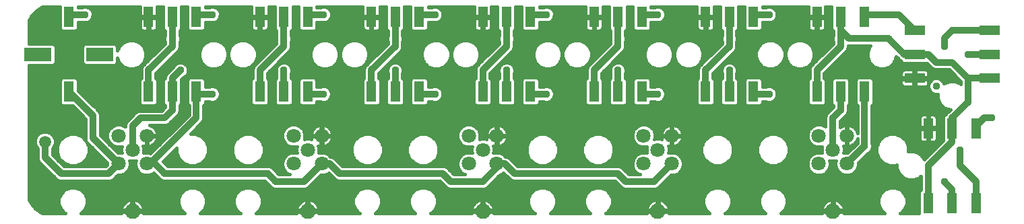
<source format=gbl>
G75*
G70*
%OFA0B0*%
%FSLAX24Y24*%
%IPPOS*%
%LPD*%
%AMOC8*
5,1,8,0,0,1.08239X$1,22.5*
%
%ADD10C,0.0709*%
%ADD11C,0.0768*%
%ADD12R,0.0500X0.1000*%
%ADD13R,0.1000X0.0500*%
%ADD14R,0.1350X0.0650*%
%ADD15C,0.0320*%
%ADD16C,0.0376*%
%ADD17C,0.0591*%
%ADD18C,0.0160*%
D10*
X030819Y002999D03*
X032211Y002999D03*
X031515Y003694D03*
X032211Y004390D03*
X030819Y004390D03*
X039480Y004390D03*
X040176Y003694D03*
X040872Y004390D03*
X040872Y002999D03*
X039480Y002999D03*
X048142Y002999D03*
X049534Y002999D03*
X048838Y003694D03*
X049534Y004390D03*
X048142Y004390D03*
X056803Y004390D03*
X057499Y003694D03*
X058195Y004390D03*
X058195Y002999D03*
X056803Y002999D03*
X065465Y002999D03*
X066857Y002999D03*
X066161Y003694D03*
X066857Y004390D03*
X065465Y004390D03*
D11*
X066161Y000663D03*
X057499Y000663D03*
X048838Y000663D03*
X040176Y000663D03*
X031515Y000663D03*
D12*
X032302Y006569D03*
X033483Y006569D03*
X034665Y006569D03*
X037814Y006569D03*
X038995Y006569D03*
X040176Y006569D03*
X043326Y006569D03*
X044507Y006569D03*
X045688Y006569D03*
X048838Y006569D03*
X050019Y006569D03*
X051200Y006569D03*
X054350Y006569D03*
X055531Y006569D03*
X056712Y006569D03*
X059861Y006569D03*
X061043Y006569D03*
X062224Y006569D03*
X065373Y006569D03*
X066554Y006569D03*
X067735Y006569D03*
X070885Y004757D03*
X072066Y004757D03*
X073247Y004757D03*
X073247Y001057D03*
X072066Y001057D03*
X070885Y001057D03*
X067735Y010269D03*
X066554Y010269D03*
X065373Y010269D03*
X062224Y010269D03*
X061043Y010269D03*
X059861Y010269D03*
X056712Y010269D03*
X055531Y010269D03*
X054350Y010269D03*
X051200Y010269D03*
X050019Y010269D03*
X048838Y010269D03*
X045688Y010269D03*
X044507Y010269D03*
X043326Y010269D03*
X040176Y010269D03*
X038995Y010269D03*
X037814Y010269D03*
X034665Y010269D03*
X033483Y010269D03*
X032302Y010269D03*
X028365Y010269D03*
X028365Y006569D03*
D13*
X070216Y007238D03*
X070216Y008419D03*
X070216Y009600D03*
X073916Y009600D03*
X073916Y008419D03*
X073916Y007238D03*
D14*
X029895Y008419D03*
X026836Y008419D03*
D15*
X028365Y010269D02*
X028483Y010387D01*
X029153Y010387D01*
X032302Y007631D02*
X033483Y008813D01*
X033483Y009206D01*
X033483Y010269D01*
X034665Y010269D02*
X034783Y010387D01*
X035452Y010387D01*
X038995Y010269D02*
X038995Y009206D01*
X038995Y008813D01*
X037814Y007631D01*
X037814Y006569D01*
X038995Y006569D02*
X038995Y007631D01*
X040176Y006569D02*
X040295Y006450D01*
X040964Y006450D01*
X043326Y006569D02*
X043326Y007631D01*
X044507Y008813D01*
X044507Y009206D01*
X044507Y010269D01*
X045688Y010269D02*
X045807Y010387D01*
X046476Y010387D01*
X050019Y010269D02*
X050019Y009206D01*
X050019Y008813D01*
X048838Y007631D01*
X048838Y006569D01*
X050019Y006569D02*
X050019Y007631D01*
X051200Y006569D02*
X051319Y006450D01*
X051987Y006450D01*
X054350Y006569D02*
X054350Y007631D01*
X055531Y008813D01*
X055531Y009206D01*
X055531Y010269D01*
X056712Y010269D02*
X056830Y010387D01*
X057499Y010387D01*
X061043Y010269D02*
X061043Y009206D01*
X061043Y008813D01*
X059861Y007631D01*
X059861Y006569D01*
X061043Y006569D02*
X061043Y007631D01*
X062224Y006569D02*
X062342Y006450D01*
X063011Y006450D01*
X065373Y006569D02*
X065373Y007631D01*
X066554Y008813D01*
X066554Y009206D01*
X066554Y009600D01*
X066948Y009206D01*
X068917Y009206D01*
X069704Y008419D01*
X070216Y008419D01*
X070885Y008419D01*
X071279Y008025D01*
X072066Y008025D01*
X072854Y007238D01*
X072854Y006057D01*
X072066Y005269D01*
X072066Y004757D01*
X072066Y004088D01*
X070885Y002907D01*
X070885Y001057D01*
X072066Y001057D02*
X072066Y001726D01*
X071672Y002120D01*
X072460Y002907D02*
X073247Y002120D01*
X073247Y001057D01*
X072460Y002907D02*
X072460Y003694D01*
X073247Y004757D02*
X073247Y004876D01*
X073641Y005269D01*
X074035Y005269D01*
X073916Y007238D02*
X072854Y007238D01*
X072854Y008419D02*
X073916Y008419D01*
X072066Y009600D02*
X071672Y009206D01*
X071672Y008813D01*
X072066Y009600D02*
X073916Y009600D01*
X070216Y009600D02*
X069429Y010387D01*
X068523Y010387D01*
X067854Y010387D01*
X067735Y010269D01*
X066554Y010269D02*
X066554Y009600D01*
X063011Y010387D02*
X062342Y010387D01*
X062224Y010269D01*
X055531Y007631D02*
X055531Y006569D01*
X056712Y006569D02*
X056830Y006450D01*
X057499Y006450D01*
X066161Y005269D02*
X066161Y003694D01*
X066857Y002999D02*
X067735Y003877D01*
X067735Y006569D01*
X066554Y006569D02*
X066554Y005663D01*
X066161Y005269D01*
X058195Y002999D02*
X057316Y002120D01*
X055924Y002120D01*
X055531Y002513D01*
X050413Y002513D01*
X049927Y002999D01*
X049534Y002999D01*
X049534Y002816D01*
X048838Y002120D01*
X047263Y002120D01*
X046869Y002513D01*
X041751Y002513D01*
X041266Y002999D01*
X040872Y002999D01*
X039994Y002120D01*
X038602Y002120D01*
X038208Y002513D01*
X033090Y002513D01*
X032605Y002999D01*
X032211Y002999D01*
X032394Y002999D01*
X034665Y005269D01*
X034665Y006569D01*
X034783Y006450D01*
X035452Y006450D01*
X033877Y007631D02*
X033483Y007238D01*
X033483Y006569D01*
X033483Y005663D01*
X033090Y005269D01*
X031909Y005269D01*
X031515Y004876D01*
X031515Y003694D01*
X030819Y002999D02*
X030334Y002513D01*
X027972Y002513D01*
X027184Y003301D01*
X027184Y004088D01*
X029546Y004271D02*
X030819Y002999D01*
X029546Y004271D02*
X029546Y005387D01*
X029409Y005525D01*
X028365Y006569D01*
X032302Y006569D02*
X032302Y007631D01*
X040176Y010269D02*
X040295Y010387D01*
X040964Y010387D01*
X044507Y007631D02*
X044507Y006569D01*
X045688Y006569D02*
X045807Y006450D01*
X046476Y006450D01*
X051200Y010269D02*
X051319Y010387D01*
X051987Y010387D01*
D16*
X051987Y010387D03*
X050019Y009206D03*
X046476Y010387D03*
X044507Y009206D03*
X040964Y010387D03*
X038995Y009206D03*
X035452Y010387D03*
X033483Y009206D03*
X033877Y007631D03*
X035452Y006450D03*
X038995Y007631D03*
X040964Y006450D03*
X044507Y007631D03*
X046476Y006450D03*
X050019Y007631D03*
X051987Y006450D03*
X055531Y007631D03*
X057499Y006450D03*
X061043Y007631D03*
X063011Y006450D03*
X067735Y003877D03*
X072460Y003694D03*
X071672Y002120D03*
X074035Y005269D03*
X071279Y006844D03*
X072854Y008419D03*
X071672Y008813D03*
X068523Y010387D03*
X066554Y009206D03*
X063011Y010387D03*
X061043Y009206D03*
X057499Y010387D03*
X055531Y009206D03*
X029409Y005525D03*
X029153Y010387D03*
D17*
X027184Y004088D03*
D18*
X026397Y001204D02*
X026551Y000938D01*
X026790Y000699D01*
X027056Y000545D01*
X028178Y000545D01*
X028170Y000548D01*
X027975Y000743D01*
X027870Y000998D01*
X027870Y001273D01*
X027975Y001528D01*
X028170Y001723D01*
X028424Y001828D01*
X028700Y001828D01*
X028955Y001723D01*
X029149Y001528D01*
X029255Y001273D01*
X029255Y000998D01*
X029149Y000743D01*
X028955Y000548D01*
X028946Y000545D01*
X030963Y000545D01*
X030952Y000615D01*
X031467Y000615D01*
X031467Y000711D01*
X031467Y001226D01*
X031383Y001213D01*
X031299Y001186D01*
X031219Y001145D01*
X031148Y001093D01*
X031085Y001030D01*
X031033Y000959D01*
X030992Y000879D01*
X030965Y000795D01*
X030952Y000711D01*
X031467Y000711D01*
X031563Y000711D01*
X032078Y000711D01*
X032065Y000795D01*
X032037Y000879D01*
X031997Y000959D01*
X031945Y001030D01*
X031882Y001093D01*
X031810Y001145D01*
X031731Y001186D01*
X031647Y001213D01*
X031563Y001226D01*
X031563Y000711D01*
X031563Y000615D01*
X032078Y000615D01*
X032067Y000545D01*
X034084Y000545D01*
X034075Y000548D01*
X033881Y000743D01*
X033775Y000998D01*
X033775Y001273D01*
X033881Y001528D01*
X034075Y001723D01*
X034330Y001828D01*
X034605Y001828D01*
X034860Y001723D01*
X035055Y001528D01*
X035160Y001273D01*
X035160Y000998D01*
X035055Y000743D01*
X034860Y000548D01*
X034852Y000545D01*
X036840Y000545D01*
X036831Y000548D01*
X036636Y000743D01*
X036531Y000998D01*
X036531Y001273D01*
X036636Y001528D01*
X036831Y001723D01*
X037086Y001828D01*
X037361Y001828D01*
X037616Y001723D01*
X037811Y001528D01*
X037916Y001273D01*
X037916Y000998D01*
X037811Y000743D01*
X037616Y000548D01*
X037608Y000545D01*
X039624Y000545D01*
X039613Y000615D01*
X040128Y000615D01*
X040128Y000711D01*
X039613Y000711D01*
X039626Y000795D01*
X039654Y000879D01*
X039694Y000959D01*
X039746Y001030D01*
X039809Y001093D01*
X039881Y001145D01*
X039960Y001186D01*
X040044Y001213D01*
X040128Y001226D01*
X040128Y000711D01*
X040224Y000711D01*
X040224Y001226D01*
X040308Y001213D01*
X040393Y001186D01*
X040472Y001145D01*
X040544Y001093D01*
X040606Y001030D01*
X040659Y000959D01*
X040699Y000879D01*
X040726Y000795D01*
X040740Y000711D01*
X040225Y000711D01*
X040225Y000615D01*
X040740Y000615D01*
X040729Y000545D01*
X042745Y000545D01*
X042737Y000548D01*
X042542Y000743D01*
X042437Y000998D01*
X042437Y001273D01*
X042542Y001528D01*
X042737Y001723D01*
X042991Y001828D01*
X043267Y001828D01*
X043521Y001723D01*
X043716Y001528D01*
X043822Y001273D01*
X043822Y000998D01*
X043716Y000743D01*
X043521Y000548D01*
X043513Y000545D01*
X045501Y000545D01*
X045493Y000548D01*
X045298Y000743D01*
X045192Y000998D01*
X045192Y001273D01*
X045298Y001528D01*
X045493Y001723D01*
X045747Y001828D01*
X046023Y001828D01*
X046277Y001723D01*
X046472Y001528D01*
X046578Y001273D01*
X046578Y000998D01*
X046472Y000743D01*
X046277Y000548D01*
X046269Y000545D01*
X048286Y000545D01*
X048274Y000615D01*
X048790Y000615D01*
X048790Y000711D01*
X048790Y001226D01*
X048706Y001213D01*
X048621Y001186D01*
X048542Y001145D01*
X048470Y001093D01*
X048408Y001030D01*
X048356Y000959D01*
X048315Y000879D01*
X048288Y000795D01*
X048274Y000711D01*
X048790Y000711D01*
X048886Y000711D01*
X049401Y000711D01*
X049388Y000795D01*
X049360Y000879D01*
X049320Y000959D01*
X049268Y001030D01*
X049205Y001093D01*
X049133Y001145D01*
X049054Y001186D01*
X048970Y001213D01*
X048886Y001226D01*
X048886Y000711D01*
X048886Y000615D01*
X049401Y000615D01*
X049390Y000545D01*
X051406Y000545D01*
X051398Y000548D01*
X051203Y000743D01*
X051098Y000998D01*
X051098Y001273D01*
X051203Y001528D01*
X051398Y001723D01*
X051653Y001828D01*
X051928Y001828D01*
X052183Y001723D01*
X052378Y001528D01*
X052483Y001273D01*
X052483Y000998D01*
X052378Y000743D01*
X052183Y000548D01*
X052175Y000545D01*
X054162Y000545D01*
X054154Y000548D01*
X053959Y000743D01*
X053854Y000998D01*
X053854Y001273D01*
X053959Y001528D01*
X054154Y001723D01*
X054409Y001828D01*
X054684Y001828D01*
X054939Y001723D01*
X055134Y001528D01*
X055239Y001273D01*
X055239Y000998D01*
X055134Y000743D01*
X054939Y000548D01*
X054931Y000545D01*
X056947Y000545D01*
X056936Y000615D01*
X057451Y000615D01*
X057451Y000711D01*
X056936Y000711D01*
X056949Y000795D01*
X056977Y000879D01*
X057017Y000959D01*
X057069Y001030D01*
X057132Y001093D01*
X057204Y001145D01*
X057283Y001186D01*
X057367Y001213D01*
X057451Y001226D01*
X057451Y000711D01*
X057547Y000711D01*
X057547Y001226D01*
X057631Y001213D01*
X057716Y001186D01*
X057795Y001145D01*
X057867Y001093D01*
X057929Y001030D01*
X057981Y000959D01*
X058022Y000879D01*
X058049Y000795D01*
X058062Y000711D01*
X057547Y000711D01*
X057547Y000615D01*
X058062Y000615D01*
X058051Y000545D01*
X060068Y000545D01*
X060060Y000548D01*
X059865Y000743D01*
X059759Y000998D01*
X059759Y001273D01*
X059865Y001528D01*
X060060Y001723D01*
X060314Y001828D01*
X060590Y001828D01*
X060844Y001723D01*
X061039Y001528D01*
X061145Y001273D01*
X061145Y000998D01*
X061039Y000743D01*
X060844Y000548D01*
X060836Y000545D01*
X062824Y000545D01*
X062816Y000548D01*
X062621Y000743D01*
X062515Y000998D01*
X062515Y001273D01*
X062621Y001528D01*
X062816Y001723D01*
X063070Y001828D01*
X063346Y001828D01*
X063600Y001723D01*
X063795Y001528D01*
X063900Y001273D01*
X063900Y000998D01*
X063795Y000743D01*
X063600Y000548D01*
X063592Y000545D01*
X065608Y000545D01*
X065597Y000615D01*
X066112Y000615D01*
X066112Y000711D01*
X065597Y000711D01*
X065611Y000795D01*
X065638Y000879D01*
X065678Y000959D01*
X065731Y001030D01*
X065793Y001093D01*
X065865Y001145D01*
X065944Y001186D01*
X066029Y001213D01*
X066113Y001226D01*
X066113Y000711D01*
X066209Y000711D01*
X066724Y000711D01*
X066711Y000795D01*
X066683Y000879D01*
X066643Y000959D01*
X066591Y001030D01*
X066528Y001093D01*
X066456Y001145D01*
X066377Y001186D01*
X066293Y001213D01*
X066209Y001226D01*
X066209Y000711D01*
X066209Y000615D01*
X066724Y000615D01*
X066713Y000545D01*
X068729Y000545D01*
X068721Y000548D01*
X068526Y000743D01*
X068421Y000998D01*
X068421Y001273D01*
X068526Y001528D01*
X068721Y001723D01*
X068976Y001828D01*
X069251Y001828D01*
X069506Y001723D01*
X069701Y001528D01*
X069806Y001273D01*
X069806Y000998D01*
X069701Y000743D01*
X069506Y000548D01*
X069497Y000545D01*
X070435Y000545D01*
X070435Y001640D01*
X070525Y001730D01*
X070525Y002397D01*
X070438Y002310D01*
X070179Y002203D01*
X069898Y002203D01*
X069640Y002310D01*
X069441Y002508D01*
X069334Y002767D01*
X069334Y002940D01*
X069269Y002913D01*
X068958Y002913D01*
X068671Y003032D01*
X068451Y003252D01*
X068332Y003539D01*
X068332Y003850D01*
X068451Y004137D01*
X068671Y004357D01*
X068958Y004476D01*
X069269Y004476D01*
X069556Y004357D01*
X069776Y004137D01*
X069895Y003850D01*
X069895Y003610D01*
X069898Y003611D01*
X070179Y003611D01*
X070438Y003504D01*
X070636Y003306D01*
X070676Y003208D01*
X070681Y003212D01*
X070681Y003212D01*
X071630Y004161D01*
X071616Y004174D01*
X071616Y005340D01*
X071733Y005457D01*
X071754Y005457D01*
X071761Y005473D01*
X071975Y005687D01*
X071926Y005687D01*
X071667Y005794D01*
X071469Y005992D01*
X071362Y006251D01*
X071362Y006458D01*
X071356Y006456D01*
X071201Y006456D01*
X071059Y006515D01*
X070950Y006624D01*
X070891Y006767D01*
X070891Y006921D01*
X070950Y007064D01*
X071059Y007173D01*
X071201Y007232D01*
X071356Y007232D01*
X071499Y007173D01*
X071608Y007064D01*
X071647Y006969D01*
X071667Y006988D01*
X071926Y007096D01*
X072206Y007096D01*
X072465Y006988D01*
X072494Y006960D01*
X072494Y007089D01*
X071917Y007665D01*
X071207Y007665D01*
X071075Y007720D01*
X070974Y007821D01*
X070812Y007982D01*
X070799Y007969D01*
X069633Y007969D01*
X069516Y008086D01*
X069516Y008107D01*
X069500Y008114D01*
X069286Y008327D01*
X069286Y008279D01*
X069179Y008020D01*
X068981Y007822D01*
X068722Y007714D01*
X068442Y007714D01*
X068183Y007822D01*
X067985Y008020D01*
X067877Y008279D01*
X067877Y008559D01*
X067985Y008818D01*
X068013Y008846D01*
X067020Y008846D01*
X066914Y008846D01*
X066914Y008741D01*
X066859Y008609D01*
X065733Y007482D01*
X065733Y007242D01*
X065823Y007152D01*
X065823Y005986D01*
X065706Y005869D01*
X065040Y005869D01*
X064923Y005986D01*
X064923Y007152D01*
X065013Y007242D01*
X065013Y007703D01*
X065068Y007835D01*
X065169Y007937D01*
X066194Y008962D01*
X066194Y009061D01*
X066166Y009129D01*
X066166Y009284D01*
X066194Y009351D01*
X066194Y009528D01*
X066194Y009596D01*
X066104Y009686D01*
X066104Y010781D01*
X065803Y010781D01*
X065803Y010314D01*
X065418Y010314D01*
X065418Y010224D01*
X065418Y009589D01*
X065647Y009589D01*
X065693Y009601D01*
X065734Y009625D01*
X065767Y009658D01*
X065791Y009699D01*
X065803Y009745D01*
X065803Y010224D01*
X065418Y010224D01*
X065328Y010224D01*
X064943Y010224D01*
X064943Y009745D01*
X064956Y009699D01*
X064979Y009658D01*
X065013Y009625D01*
X065054Y009601D01*
X065099Y009589D01*
X065328Y009589D01*
X065328Y010224D01*
X065328Y010314D01*
X064943Y010314D01*
X064943Y010781D01*
X062674Y010781D01*
X062674Y010747D01*
X062866Y010747D01*
X062934Y010775D01*
X063088Y010775D01*
X063231Y010716D01*
X063340Y010607D01*
X063399Y010465D01*
X063399Y010310D01*
X063340Y010168D01*
X063231Y010058D01*
X063088Y009999D01*
X062934Y009999D01*
X062866Y010027D01*
X062674Y010027D01*
X062674Y009686D01*
X062556Y009569D01*
X061891Y009569D01*
X061774Y009686D01*
X061774Y010781D01*
X061492Y010781D01*
X061492Y009686D01*
X061402Y009596D01*
X061402Y009351D01*
X061431Y009284D01*
X061431Y009129D01*
X061402Y009061D01*
X061402Y008884D01*
X061402Y008741D01*
X061348Y008609D01*
X060221Y007482D01*
X060221Y007242D01*
X060311Y007152D01*
X060311Y005986D01*
X060194Y005869D01*
X059529Y005869D01*
X059411Y005986D01*
X059411Y007152D01*
X059501Y007242D01*
X059501Y007703D01*
X059556Y007835D01*
X059657Y007937D01*
X060683Y008962D01*
X060683Y009061D01*
X060654Y009129D01*
X060654Y009284D01*
X060683Y009351D01*
X060683Y009596D01*
X060593Y009686D01*
X060593Y010781D01*
X060291Y010781D01*
X060291Y010314D01*
X059907Y010314D01*
X059907Y010224D01*
X060291Y010224D01*
X060291Y009745D01*
X060279Y009699D01*
X060255Y009658D01*
X060222Y009625D01*
X060181Y009601D01*
X060135Y009589D01*
X059906Y009589D01*
X059906Y010224D01*
X059816Y010224D01*
X059431Y010224D01*
X059431Y009745D01*
X059444Y009699D01*
X059467Y009658D01*
X059501Y009625D01*
X059542Y009601D01*
X059588Y009589D01*
X059816Y009589D01*
X059816Y010224D01*
X059816Y010314D01*
X059431Y010314D01*
X059431Y010781D01*
X057162Y010781D01*
X057162Y010747D01*
X057354Y010747D01*
X057422Y010775D01*
X057576Y010775D01*
X057719Y010716D01*
X057828Y010607D01*
X057887Y010465D01*
X057887Y010310D01*
X057828Y010168D01*
X057719Y010058D01*
X057576Y009999D01*
X057422Y009999D01*
X057354Y010027D01*
X057162Y010027D01*
X057162Y009686D01*
X057045Y009569D01*
X056379Y009569D01*
X056262Y009686D01*
X056262Y010781D01*
X055981Y010781D01*
X055981Y009686D01*
X055891Y009596D01*
X055891Y009351D01*
X055919Y009284D01*
X055919Y009129D01*
X055891Y009061D01*
X055891Y008884D01*
X055891Y008741D01*
X055836Y008609D01*
X054710Y007482D01*
X054710Y007242D01*
X054800Y007152D01*
X054800Y005986D01*
X054682Y005869D01*
X054017Y005869D01*
X053900Y005986D01*
X053900Y007152D01*
X053990Y007242D01*
X053990Y007703D01*
X054044Y007835D01*
X054146Y007937D01*
X055171Y008962D01*
X055171Y009061D01*
X055143Y009129D01*
X055143Y009284D01*
X055171Y009351D01*
X055171Y009596D01*
X055081Y009686D01*
X055081Y010781D01*
X054780Y010781D01*
X054780Y010314D01*
X054395Y010314D01*
X054395Y010224D01*
X054780Y010224D01*
X054780Y009745D01*
X054767Y009699D01*
X054744Y009658D01*
X054710Y009625D01*
X054669Y009601D01*
X054623Y009589D01*
X054395Y009589D01*
X054395Y010224D01*
X054305Y010224D01*
X054305Y009589D01*
X054076Y009589D01*
X054030Y009601D01*
X053989Y009625D01*
X053956Y009658D01*
X053932Y009699D01*
X053920Y009745D01*
X053920Y010224D01*
X054304Y010224D01*
X054304Y010314D01*
X053920Y010314D01*
X053920Y010781D01*
X051650Y010781D01*
X051650Y010747D01*
X051842Y010747D01*
X051910Y010775D01*
X052065Y010775D01*
X052207Y010716D01*
X052316Y010607D01*
X052375Y010465D01*
X052375Y010310D01*
X052316Y010168D01*
X052207Y010058D01*
X052065Y009999D01*
X051910Y009999D01*
X051842Y010027D01*
X051650Y010027D01*
X051650Y009686D01*
X051533Y009569D01*
X050867Y009569D01*
X050750Y009686D01*
X050750Y010781D01*
X050469Y010781D01*
X050469Y009686D01*
X050379Y009596D01*
X050379Y009351D01*
X050407Y009284D01*
X050407Y009129D01*
X050379Y009061D01*
X050379Y008884D01*
X050379Y008741D01*
X050324Y008609D01*
X049198Y007482D01*
X049198Y007242D01*
X049288Y007152D01*
X049288Y005986D01*
X049171Y005869D01*
X048505Y005869D01*
X048388Y005986D01*
X048388Y007152D01*
X048478Y007242D01*
X048478Y007560D01*
X048478Y007703D01*
X048533Y007835D01*
X049659Y008962D01*
X049659Y009061D01*
X049631Y009129D01*
X049631Y009284D01*
X049659Y009351D01*
X049659Y009596D01*
X049569Y009686D01*
X049569Y010781D01*
X049268Y010781D01*
X049268Y010314D01*
X048883Y010314D01*
X048883Y010224D01*
X049268Y010224D01*
X049268Y009745D01*
X049255Y009699D01*
X049232Y009658D01*
X049198Y009625D01*
X049157Y009601D01*
X049111Y009589D01*
X048883Y009589D01*
X048883Y010224D01*
X048793Y010224D01*
X048793Y009589D01*
X048564Y009589D01*
X048518Y009601D01*
X048477Y009625D01*
X048444Y009658D01*
X048420Y009699D01*
X048408Y009745D01*
X048408Y010224D01*
X048793Y010224D01*
X048793Y010314D01*
X048408Y010314D01*
X048408Y010781D01*
X046138Y010781D01*
X046138Y010747D01*
X046331Y010747D01*
X046398Y010775D01*
X046553Y010775D01*
X046695Y010716D01*
X046805Y010607D01*
X046864Y010465D01*
X046864Y010310D01*
X046805Y010168D01*
X046695Y010058D01*
X046553Y009999D01*
X046398Y009999D01*
X046331Y010027D01*
X046138Y010027D01*
X046138Y009686D01*
X046021Y009569D01*
X045355Y009569D01*
X045238Y009686D01*
X045238Y010781D01*
X044957Y010781D01*
X044957Y009686D01*
X044867Y009596D01*
X044867Y009351D01*
X044895Y009284D01*
X044895Y009129D01*
X044867Y009061D01*
X044867Y008884D01*
X044867Y008741D01*
X044812Y008609D01*
X043686Y007482D01*
X043686Y007242D01*
X043776Y007152D01*
X043776Y005986D01*
X043659Y005869D01*
X042993Y005869D01*
X042876Y005986D01*
X042876Y007152D01*
X042966Y007242D01*
X042966Y007703D01*
X043021Y007835D01*
X043122Y007937D01*
X044147Y008962D01*
X044147Y009061D01*
X044119Y009129D01*
X044119Y009284D01*
X044147Y009351D01*
X044147Y009596D01*
X044057Y009686D01*
X044057Y010781D01*
X043756Y010781D01*
X043756Y010314D01*
X043371Y010314D01*
X043371Y010224D01*
X043756Y010224D01*
X043756Y009745D01*
X043744Y009699D01*
X043720Y009658D01*
X043686Y009625D01*
X043645Y009601D01*
X043600Y009589D01*
X043371Y009589D01*
X043371Y010224D01*
X043281Y010224D01*
X042896Y010224D01*
X042896Y009745D01*
X042908Y009699D01*
X042932Y009658D01*
X042965Y009625D01*
X043006Y009601D01*
X043052Y009589D01*
X043281Y009589D01*
X043281Y010224D01*
X043281Y010314D01*
X042896Y010314D01*
X042896Y010781D01*
X040626Y010781D01*
X040626Y010747D01*
X040819Y010747D01*
X040887Y010775D01*
X041041Y010775D01*
X041184Y010716D01*
X041293Y010607D01*
X041352Y010465D01*
X041352Y010310D01*
X041293Y010168D01*
X041184Y010058D01*
X041041Y009999D01*
X040887Y009999D01*
X040819Y010027D01*
X040626Y010027D01*
X040626Y009686D01*
X040509Y009569D01*
X039844Y009569D01*
X039726Y009686D01*
X039726Y010781D01*
X039445Y010781D01*
X039445Y009686D01*
X039355Y009596D01*
X039355Y009351D01*
X039383Y009284D01*
X039383Y009129D01*
X039355Y009061D01*
X039355Y008884D01*
X039355Y008741D01*
X039300Y008609D01*
X038174Y007482D01*
X038174Y007242D01*
X038264Y007152D01*
X038264Y005986D01*
X038147Y005869D01*
X037481Y005869D01*
X037364Y005986D01*
X037364Y007152D01*
X037454Y007242D01*
X037454Y007703D01*
X037509Y007835D01*
X037610Y007937D01*
X038635Y008962D01*
X038635Y009061D01*
X038607Y009129D01*
X038607Y009284D01*
X038635Y009351D01*
X038635Y009596D01*
X038545Y009686D01*
X038545Y010781D01*
X038244Y010781D01*
X038244Y010314D01*
X037859Y010314D01*
X037859Y010224D01*
X037859Y009589D01*
X038088Y009589D01*
X038134Y009601D01*
X038175Y009625D01*
X038208Y009658D01*
X038232Y009699D01*
X038244Y009745D01*
X038244Y010224D01*
X037859Y010224D01*
X037769Y010224D01*
X037384Y010224D01*
X037384Y009745D01*
X037396Y009699D01*
X037420Y009658D01*
X037454Y009625D01*
X037495Y009601D01*
X037540Y009589D01*
X037769Y009589D01*
X037769Y010224D01*
X037769Y010314D01*
X037384Y010314D01*
X037384Y010781D01*
X035115Y010781D01*
X035115Y010747D01*
X035307Y010747D01*
X035375Y010775D01*
X035529Y010775D01*
X035672Y010716D01*
X035781Y010607D01*
X035840Y010465D01*
X035840Y010310D01*
X035781Y010168D01*
X035672Y010058D01*
X035529Y009999D01*
X035375Y009999D01*
X035307Y010027D01*
X035115Y010027D01*
X035115Y009686D01*
X034997Y009569D01*
X034332Y009569D01*
X034215Y009686D01*
X034215Y010781D01*
X033933Y010781D01*
X033933Y009686D01*
X033843Y009596D01*
X033843Y009351D01*
X033872Y009284D01*
X033872Y009129D01*
X033843Y009061D01*
X033843Y008884D01*
X033843Y008741D01*
X033789Y008609D01*
X032662Y007482D01*
X032662Y007242D01*
X032752Y007152D01*
X032752Y005986D01*
X032635Y005869D01*
X031969Y005869D01*
X031852Y005986D01*
X031852Y007152D01*
X031942Y007242D01*
X031942Y007703D01*
X031997Y007835D01*
X032098Y007937D01*
X033123Y008962D01*
X033123Y009061D01*
X033095Y009129D01*
X033095Y009284D01*
X033123Y009351D01*
X033123Y009596D01*
X033033Y009686D01*
X033033Y010781D01*
X032732Y010781D01*
X032732Y010314D01*
X032348Y010314D01*
X032348Y010224D01*
X032732Y010224D01*
X032732Y009745D01*
X032720Y009699D01*
X032696Y009658D01*
X032663Y009625D01*
X032622Y009601D01*
X032576Y009589D01*
X032347Y009589D01*
X032347Y010224D01*
X032257Y010224D01*
X031872Y010224D01*
X031872Y009745D01*
X031885Y009699D01*
X031908Y009658D01*
X031942Y009625D01*
X031983Y009601D01*
X032029Y009589D01*
X032257Y009589D01*
X032257Y010224D01*
X032257Y010314D01*
X031872Y010314D01*
X031872Y010781D01*
X028815Y010781D01*
X028815Y010747D01*
X029008Y010747D01*
X029076Y010775D01*
X029230Y010775D01*
X029373Y010716D01*
X029482Y010607D01*
X029541Y010465D01*
X029541Y010310D01*
X029482Y010168D01*
X029373Y010058D01*
X029230Y009999D01*
X029076Y009999D01*
X029008Y010027D01*
X028815Y010027D01*
X028815Y009686D01*
X028698Y009569D01*
X028032Y009569D01*
X027915Y009686D01*
X027915Y010781D01*
X027056Y010781D01*
X026790Y010627D01*
X026551Y010388D01*
X026397Y010122D01*
X026397Y008944D01*
X027594Y008944D01*
X027711Y008827D01*
X027711Y008011D01*
X027594Y007894D01*
X026397Y007894D01*
X026397Y001204D01*
X026397Y001261D02*
X027870Y001261D01*
X027870Y001102D02*
X026456Y001102D01*
X026547Y000944D02*
X027892Y000944D01*
X027958Y000785D02*
X026703Y000785D01*
X026914Y000627D02*
X028091Y000627D01*
X029033Y000627D02*
X031467Y000627D01*
X031563Y000627D02*
X033997Y000627D01*
X033863Y000785D02*
X032066Y000785D01*
X032005Y000944D02*
X033797Y000944D01*
X033775Y001102D02*
X031869Y001102D01*
X031563Y001102D02*
X031467Y001102D01*
X031467Y000944D02*
X031563Y000944D01*
X031563Y000785D02*
X031467Y000785D01*
X031161Y001102D02*
X029255Y001102D01*
X029255Y001261D02*
X033775Y001261D01*
X033836Y001420D02*
X029194Y001420D01*
X029099Y001578D02*
X033931Y001578D01*
X034109Y001737D02*
X028921Y001737D01*
X028204Y001737D02*
X026397Y001737D01*
X026397Y001895D02*
X038317Y001895D01*
X038296Y001916D02*
X038398Y001814D01*
X038530Y001760D01*
X039922Y001760D01*
X040065Y001760D01*
X040197Y001814D01*
X040827Y002444D01*
X040983Y002444D01*
X041186Y002529D01*
X041207Y002549D01*
X041547Y002208D01*
X041680Y002153D01*
X041823Y002153D01*
X046720Y002153D01*
X047059Y001814D01*
X047191Y001760D01*
X047335Y001760D01*
X048766Y001760D01*
X048909Y001760D01*
X049042Y001814D01*
X049691Y002464D01*
X049848Y002529D01*
X049868Y002549D01*
X050209Y002208D01*
X050341Y002153D01*
X050484Y002153D01*
X055382Y002153D01*
X055720Y001814D01*
X055853Y001760D01*
X055996Y001760D01*
X057388Y001760D01*
X057520Y001814D01*
X057622Y001916D01*
X058150Y002444D01*
X058305Y002444D01*
X058509Y002529D01*
X058665Y002684D01*
X058749Y002888D01*
X058749Y003109D01*
X058665Y003312D01*
X058509Y003468D01*
X058305Y003553D01*
X058085Y003553D01*
X058031Y003531D01*
X058054Y003584D01*
X058054Y003805D01*
X058020Y003886D01*
X058070Y003869D01*
X058153Y003856D01*
X058157Y003856D01*
X058157Y004352D01*
X058233Y004352D01*
X058233Y003856D01*
X058237Y003856D01*
X058320Y003869D01*
X058400Y003895D01*
X058475Y003933D01*
X058543Y003983D01*
X058603Y004042D01*
X058652Y004110D01*
X058690Y004185D01*
X058716Y004265D01*
X058729Y004348D01*
X058729Y004352D01*
X058234Y004352D01*
X058234Y004429D01*
X058729Y004429D01*
X058729Y004433D01*
X058716Y004516D01*
X058690Y004596D01*
X058652Y004671D01*
X058603Y004739D01*
X058543Y004798D01*
X058475Y004847D01*
X058400Y004886D01*
X058320Y004912D01*
X058237Y004925D01*
X058233Y004925D01*
X058233Y004429D01*
X058157Y004429D01*
X058157Y004925D01*
X058153Y004925D01*
X058070Y004912D01*
X057990Y004886D01*
X057915Y004847D01*
X057847Y004798D01*
X057788Y004739D01*
X057738Y004671D01*
X057700Y004596D01*
X057674Y004516D01*
X057661Y004433D01*
X057661Y004429D01*
X058157Y004429D01*
X058157Y004352D01*
X057661Y004352D01*
X057661Y004348D01*
X057674Y004265D01*
X057690Y004215D01*
X057609Y004249D01*
X057389Y004249D01*
X057335Y004227D01*
X057358Y004280D01*
X057358Y004501D01*
X057273Y004704D01*
X057117Y004860D01*
X056913Y004945D01*
X056693Y004945D01*
X056489Y004860D01*
X056333Y004704D01*
X056249Y004501D01*
X056249Y004280D01*
X056333Y004076D01*
X056489Y003921D01*
X056693Y003836D01*
X056913Y003836D01*
X056967Y003858D01*
X056945Y003805D01*
X056945Y003584D01*
X056967Y003531D01*
X056913Y003553D01*
X056693Y003553D01*
X056489Y003468D01*
X056333Y003312D01*
X056249Y003109D01*
X056249Y002888D01*
X056333Y002684D01*
X056489Y002529D01*
X056607Y002480D01*
X056074Y002480D01*
X055836Y002717D01*
X055735Y002819D01*
X055602Y002873D01*
X050562Y002873D01*
X050131Y003304D01*
X049999Y003358D01*
X049958Y003358D01*
X049848Y003468D01*
X049644Y003553D01*
X049424Y003553D01*
X049370Y003531D01*
X049392Y003584D01*
X049392Y003805D01*
X049359Y003886D01*
X049409Y003869D01*
X049492Y003856D01*
X049496Y003856D01*
X049496Y004352D01*
X049572Y004352D01*
X049572Y003856D01*
X049576Y003856D01*
X049659Y003869D01*
X049739Y003895D01*
X049814Y003933D01*
X049882Y003983D01*
X049941Y004042D01*
X049991Y004110D01*
X050029Y004185D01*
X050055Y004265D01*
X050068Y004348D01*
X050068Y004352D01*
X049572Y004352D01*
X049572Y004429D01*
X049496Y004429D01*
X049496Y004925D01*
X049492Y004925D01*
X049409Y004912D01*
X049329Y004886D01*
X049254Y004847D01*
X049186Y004798D01*
X049126Y004739D01*
X049077Y004671D01*
X049039Y004596D01*
X049013Y004516D01*
X048999Y004433D01*
X048999Y004429D01*
X049495Y004429D01*
X049495Y004352D01*
X048999Y004352D01*
X048999Y004348D01*
X049013Y004265D01*
X049029Y004215D01*
X048948Y004249D01*
X048728Y004249D01*
X048674Y004227D01*
X048696Y004280D01*
X048696Y004501D01*
X048612Y004704D01*
X048456Y004860D01*
X048252Y004945D01*
X048032Y004945D01*
X047828Y004860D01*
X047672Y004704D01*
X047587Y004501D01*
X047587Y004280D01*
X047672Y004076D01*
X047828Y003921D01*
X048032Y003836D01*
X048252Y003836D01*
X048306Y003858D01*
X048283Y003805D01*
X048283Y003584D01*
X048306Y003531D01*
X048252Y003553D01*
X048032Y003553D01*
X047828Y003468D01*
X047672Y003312D01*
X047587Y003109D01*
X047587Y002888D01*
X047672Y002684D01*
X047828Y002529D01*
X047946Y002480D01*
X047412Y002480D01*
X047174Y002717D01*
X047174Y002717D01*
X047073Y002819D01*
X046941Y002873D01*
X041900Y002873D01*
X041571Y003202D01*
X041571Y003202D01*
X041470Y003304D01*
X041338Y003358D01*
X041296Y003358D01*
X041186Y003468D01*
X040983Y003553D01*
X040762Y003553D01*
X040708Y003531D01*
X040731Y003584D01*
X040731Y003805D01*
X040697Y003886D01*
X040747Y003869D01*
X040830Y003856D01*
X040834Y003856D01*
X040834Y004352D01*
X040910Y004352D01*
X040910Y003856D01*
X040914Y003856D01*
X040997Y003869D01*
X041077Y003895D01*
X041152Y003933D01*
X041220Y003983D01*
X041280Y004042D01*
X041329Y004110D01*
X041368Y004185D01*
X041394Y004265D01*
X041407Y004348D01*
X041407Y004352D01*
X040911Y004352D01*
X040911Y004429D01*
X040910Y004429D02*
X040834Y004429D01*
X040834Y004925D01*
X040830Y004925D01*
X040747Y004912D01*
X040667Y004886D01*
X040592Y004847D01*
X040524Y004798D01*
X040465Y004739D01*
X040415Y004671D01*
X040377Y004596D01*
X040351Y004516D01*
X040338Y004433D01*
X040338Y004429D01*
X040834Y004429D01*
X040834Y004352D01*
X040338Y004352D01*
X040338Y004348D01*
X040351Y004265D01*
X040367Y004215D01*
X040287Y004249D01*
X040066Y004249D01*
X040012Y004227D01*
X040035Y004280D01*
X040035Y004501D01*
X039950Y004704D01*
X039794Y004860D01*
X039591Y004945D01*
X039370Y004945D01*
X039166Y004860D01*
X039010Y004704D01*
X038926Y004501D01*
X038926Y004280D01*
X039010Y004076D01*
X039166Y003921D01*
X039370Y003836D01*
X039591Y003836D01*
X039644Y003858D01*
X039622Y003805D01*
X039622Y003584D01*
X039644Y003531D01*
X039591Y003553D01*
X039370Y003553D01*
X039166Y003468D01*
X039010Y003312D01*
X038926Y003109D01*
X038926Y002888D01*
X039010Y002684D01*
X039166Y002529D01*
X038701Y002529D01*
X038751Y002480D02*
X038412Y002819D01*
X038279Y002873D01*
X038136Y002873D01*
X033239Y002873D01*
X033008Y003104D01*
X033687Y003782D01*
X033687Y003539D01*
X033805Y003252D01*
X034025Y003032D01*
X034312Y002913D01*
X034623Y002913D01*
X034910Y003032D01*
X035130Y003252D01*
X035249Y003539D01*
X035249Y003850D01*
X035130Y004137D01*
X034910Y004357D01*
X034623Y004476D01*
X034380Y004476D01*
X034970Y005065D01*
X035025Y005198D01*
X035025Y005341D01*
X035025Y005896D01*
X035115Y005986D01*
X035115Y006090D01*
X035307Y006090D01*
X035375Y006062D01*
X035529Y006062D01*
X035672Y006121D01*
X035781Y006231D01*
X035840Y006373D01*
X035840Y006528D01*
X035781Y006670D01*
X035672Y006779D01*
X035529Y006838D01*
X035375Y006838D01*
X035307Y006810D01*
X035115Y006810D01*
X035115Y007152D01*
X034997Y007269D01*
X034332Y007269D01*
X034215Y007152D01*
X034215Y005986D01*
X034305Y005896D01*
X034305Y005418D01*
X032404Y003518D01*
X032321Y003553D01*
X032101Y003553D01*
X032047Y003531D01*
X032069Y003584D01*
X032069Y003805D01*
X032036Y003886D01*
X032086Y003869D01*
X032169Y003856D01*
X032173Y003856D01*
X032173Y004352D01*
X032249Y004352D01*
X032249Y003856D01*
X032253Y003856D01*
X032336Y003869D01*
X032416Y003895D01*
X032491Y003933D01*
X032559Y003983D01*
X032618Y004042D01*
X032668Y004110D01*
X032706Y004185D01*
X032732Y004265D01*
X032745Y004348D01*
X032745Y004352D01*
X032249Y004352D01*
X032249Y004429D01*
X032745Y004429D01*
X032745Y004433D01*
X032732Y004516D01*
X032706Y004596D01*
X032668Y004671D01*
X032618Y004739D01*
X032559Y004798D01*
X032491Y004847D01*
X032416Y004886D01*
X032343Y004909D01*
X033018Y004909D01*
X033161Y004909D01*
X033294Y004964D01*
X033687Y005358D01*
X033789Y005459D01*
X033843Y005591D01*
X033843Y005896D01*
X033933Y005986D01*
X033933Y007152D01*
X033920Y007165D01*
X034029Y007274D01*
X034097Y007302D01*
X034206Y007412D01*
X034265Y007554D01*
X034265Y007709D01*
X034206Y007851D01*
X034097Y007960D01*
X033954Y008020D01*
X033800Y008020D01*
X033657Y007960D01*
X033548Y007851D01*
X033520Y007783D01*
X033280Y007543D01*
X033178Y007442D01*
X033123Y007309D01*
X033123Y007242D01*
X033033Y007152D01*
X033033Y005986D01*
X033123Y005896D01*
X033123Y005812D01*
X032941Y005629D01*
X031837Y005629D01*
X031705Y005574D01*
X031603Y005473D01*
X031311Y005181D01*
X031210Y005079D01*
X031155Y004947D01*
X031155Y004838D01*
X031133Y004860D01*
X030929Y004945D01*
X030709Y004945D01*
X030505Y004860D01*
X030349Y004704D01*
X030265Y004501D01*
X030265Y004280D01*
X030349Y004076D01*
X030505Y003921D01*
X030709Y003836D01*
X030929Y003836D01*
X030983Y003858D01*
X030961Y003805D01*
X030961Y003584D01*
X030983Y003531D01*
X030929Y003553D01*
X030774Y003553D01*
X029906Y004420D01*
X029906Y005459D01*
X029852Y005591D01*
X029766Y005677D01*
X029738Y005745D01*
X029629Y005854D01*
X029561Y005882D01*
X028815Y006628D01*
X028815Y007151D01*
X028698Y007268D01*
X028032Y007268D01*
X027915Y007151D01*
X027915Y005986D01*
X028032Y005869D01*
X028556Y005869D01*
X029052Y005373D01*
X029080Y005305D01*
X029186Y005199D01*
X029186Y004343D01*
X029186Y004199D01*
X029204Y004158D01*
X029005Y004357D01*
X028718Y004476D01*
X028407Y004476D01*
X028120Y004357D01*
X027900Y004137D01*
X027781Y003850D01*
X027781Y003539D01*
X027900Y003252D01*
X028120Y003032D01*
X028407Y002913D01*
X028718Y002913D01*
X029005Y003032D01*
X029224Y003252D01*
X029343Y003539D01*
X029343Y003850D01*
X029262Y004046D01*
X030265Y003044D01*
X030265Y002953D01*
X030185Y002873D01*
X028121Y002873D01*
X027544Y003450D01*
X027544Y003748D01*
X027604Y003808D01*
X027679Y003990D01*
X027679Y004187D01*
X027604Y004369D01*
X027465Y004508D01*
X027283Y004583D01*
X027086Y004583D01*
X026904Y004508D01*
X026764Y004369D01*
X026689Y004187D01*
X026689Y003990D01*
X026764Y003808D01*
X026824Y003748D01*
X026824Y003372D01*
X026824Y003229D01*
X026879Y003097D01*
X027666Y002309D01*
X027768Y002208D01*
X027900Y002153D01*
X030262Y002153D01*
X030405Y002153D01*
X030538Y002208D01*
X030774Y002444D01*
X030929Y002444D01*
X031133Y002529D01*
X031289Y002684D01*
X031373Y002888D01*
X031373Y003109D01*
X031351Y003162D01*
X031405Y003140D01*
X031625Y003140D01*
X031679Y003162D01*
X031657Y003109D01*
X031657Y002888D01*
X031741Y002684D01*
X031897Y002529D01*
X032101Y002444D01*
X032321Y002444D01*
X032525Y002529D01*
X032545Y002549D01*
X032785Y002309D01*
X032886Y002208D01*
X033018Y002153D01*
X038059Y002153D01*
X038296Y001916D01*
X038158Y002054D02*
X026397Y002054D01*
X026397Y002212D02*
X027764Y002212D01*
X027605Y002371D02*
X026397Y002371D01*
X026397Y002529D02*
X027447Y002529D01*
X027288Y002688D02*
X026397Y002688D01*
X026397Y002846D02*
X027129Y002846D01*
X026971Y003005D02*
X026397Y003005D01*
X026397Y003164D02*
X026851Y003164D01*
X026824Y003322D02*
X026397Y003322D01*
X026397Y003481D02*
X026824Y003481D01*
X026824Y003639D02*
X026397Y003639D01*
X026397Y003798D02*
X026774Y003798D01*
X026703Y003956D02*
X026397Y003956D01*
X026397Y004115D02*
X026689Y004115D01*
X026725Y004273D02*
X026397Y004273D01*
X026397Y004432D02*
X026828Y004432D01*
X026397Y004590D02*
X029186Y004590D01*
X029186Y004432D02*
X028823Y004432D01*
X029088Y004273D02*
X029186Y004273D01*
X029299Y003956D02*
X029352Y003956D01*
X029343Y003798D02*
X029511Y003798D01*
X029669Y003639D02*
X029343Y003639D01*
X029319Y003481D02*
X029828Y003481D01*
X029986Y003322D02*
X029253Y003322D01*
X029136Y003164D02*
X030145Y003164D01*
X030265Y003005D02*
X028939Y003005D01*
X028186Y003005D02*
X027989Y003005D01*
X027988Y003164D02*
X027831Y003164D01*
X027871Y003322D02*
X027672Y003322D01*
X027544Y003481D02*
X027805Y003481D01*
X027781Y003639D02*
X027544Y003639D01*
X027594Y003798D02*
X027781Y003798D01*
X027825Y003956D02*
X027666Y003956D01*
X027679Y004115D02*
X027891Y004115D01*
X028036Y004273D02*
X027644Y004273D01*
X027541Y004432D02*
X028301Y004432D01*
X029186Y004749D02*
X026397Y004749D01*
X026397Y004907D02*
X029186Y004907D01*
X029186Y005066D02*
X026397Y005066D01*
X026397Y005225D02*
X029160Y005225D01*
X029042Y005383D02*
X026397Y005383D01*
X026397Y005542D02*
X028883Y005542D01*
X028725Y005700D02*
X026397Y005700D01*
X026397Y005859D02*
X028566Y005859D01*
X027915Y006017D02*
X026397Y006017D01*
X026397Y006176D02*
X027915Y006176D01*
X027915Y006334D02*
X026397Y006334D01*
X026397Y006493D02*
X027915Y006493D01*
X027915Y006651D02*
X026397Y006651D01*
X026397Y006810D02*
X027915Y006810D01*
X027915Y006969D02*
X026397Y006969D01*
X026397Y007127D02*
X027915Y007127D01*
X028815Y007127D02*
X031852Y007127D01*
X031852Y006969D02*
X028815Y006969D01*
X028815Y006810D02*
X031852Y006810D01*
X031852Y006651D02*
X028815Y006651D01*
X028950Y006493D02*
X031852Y006493D01*
X031852Y006334D02*
X029109Y006334D01*
X029267Y006176D02*
X031852Y006176D01*
X031852Y006017D02*
X029426Y006017D01*
X029617Y005859D02*
X033123Y005859D01*
X033033Y006017D02*
X032752Y006017D01*
X032752Y006176D02*
X033033Y006176D01*
X033033Y006334D02*
X032752Y006334D01*
X032752Y006493D02*
X033033Y006493D01*
X033033Y006651D02*
X032752Y006651D01*
X032752Y006810D02*
X033033Y006810D01*
X033033Y006969D02*
X032752Y006969D01*
X032752Y007127D02*
X033033Y007127D01*
X033123Y007286D02*
X032662Y007286D01*
X032662Y007444D02*
X033181Y007444D01*
X033339Y007603D02*
X032783Y007603D01*
X032941Y007761D02*
X033498Y007761D01*
X033617Y007920D02*
X033100Y007920D01*
X033258Y008078D02*
X034890Y008078D01*
X034914Y008020D02*
X035112Y007822D01*
X035371Y007714D01*
X035651Y007714D01*
X035910Y007822D01*
X036108Y008020D01*
X036215Y008279D01*
X036215Y008559D01*
X036108Y008818D01*
X035910Y009016D01*
X035651Y009123D01*
X035371Y009123D01*
X035112Y009016D01*
X034914Y008818D01*
X034807Y008559D01*
X034807Y008279D01*
X034914Y008020D01*
X035014Y007920D02*
X034138Y007920D01*
X034243Y007761D02*
X035258Y007761D01*
X035764Y007761D02*
X036715Y007761D01*
X036828Y007714D02*
X036569Y007822D01*
X036371Y008020D01*
X036263Y008279D01*
X036263Y008559D01*
X036371Y008818D01*
X036569Y009016D01*
X036828Y009123D01*
X037108Y009123D01*
X037367Y009016D01*
X037565Y008818D01*
X037672Y008559D01*
X037672Y008279D01*
X037565Y008020D01*
X037367Y007822D01*
X037108Y007714D01*
X036828Y007714D01*
X037221Y007761D02*
X037478Y007761D01*
X037465Y007920D02*
X037593Y007920D01*
X037589Y008078D02*
X037752Y008078D01*
X037655Y008237D02*
X037910Y008237D01*
X038069Y008395D02*
X037672Y008395D01*
X037672Y008554D02*
X038228Y008554D01*
X038386Y008713D02*
X037609Y008713D01*
X037512Y008871D02*
X038545Y008871D01*
X038635Y009030D02*
X037334Y009030D01*
X036601Y009030D02*
X035877Y009030D01*
X036055Y008871D02*
X036424Y008871D01*
X036327Y008713D02*
X036152Y008713D01*
X036215Y008554D02*
X036263Y008554D01*
X036263Y008395D02*
X036215Y008395D01*
X036198Y008237D02*
X036281Y008237D01*
X036346Y008078D02*
X036132Y008078D01*
X036008Y007920D02*
X036471Y007920D01*
X037454Y007603D02*
X034265Y007603D01*
X034220Y007444D02*
X037454Y007444D01*
X037454Y007286D02*
X034056Y007286D01*
X033933Y007127D02*
X034215Y007127D01*
X034215Y006969D02*
X033933Y006969D01*
X033933Y006810D02*
X034215Y006810D01*
X034215Y006651D02*
X033933Y006651D01*
X033933Y006493D02*
X034215Y006493D01*
X034215Y006334D02*
X033933Y006334D01*
X033933Y006176D02*
X034215Y006176D01*
X034215Y006017D02*
X033933Y006017D01*
X033843Y005859D02*
X034305Y005859D01*
X034305Y005700D02*
X033843Y005700D01*
X033823Y005542D02*
X034305Y005542D01*
X034269Y005383D02*
X033713Y005383D01*
X033554Y005225D02*
X034111Y005225D01*
X033952Y005066D02*
X033396Y005066D01*
X033635Y004749D02*
X032608Y004749D01*
X032708Y004590D02*
X033477Y004590D01*
X033318Y004432D02*
X032745Y004432D01*
X032733Y004273D02*
X033160Y004273D01*
X033001Y004115D02*
X032670Y004115D01*
X032522Y003956D02*
X032842Y003956D01*
X032684Y003798D02*
X032069Y003798D01*
X032069Y003639D02*
X032525Y003639D01*
X032249Y003956D02*
X032173Y003956D01*
X032173Y004115D02*
X032249Y004115D01*
X032249Y004273D02*
X032173Y004273D01*
X032349Y004907D02*
X033794Y004907D01*
X034495Y004590D02*
X038963Y004590D01*
X038926Y004432D02*
X037485Y004432D01*
X037379Y004476D02*
X037068Y004476D01*
X036781Y004357D01*
X036561Y004137D01*
X036442Y003850D01*
X036442Y003539D01*
X036561Y003252D01*
X036781Y003032D01*
X037068Y002913D01*
X037379Y002913D01*
X037666Y003032D01*
X037886Y003252D01*
X038005Y003539D01*
X038005Y003850D01*
X037886Y004137D01*
X037666Y004357D01*
X037379Y004476D01*
X036963Y004432D02*
X034729Y004432D01*
X034994Y004273D02*
X036698Y004273D01*
X036552Y004115D02*
X035139Y004115D01*
X035205Y003956D02*
X036486Y003956D01*
X036442Y003798D02*
X035249Y003798D01*
X035249Y003639D02*
X036442Y003639D01*
X036467Y003481D02*
X035225Y003481D01*
X035159Y003322D02*
X036532Y003322D01*
X036650Y003164D02*
X035041Y003164D01*
X034844Y003005D02*
X036847Y003005D01*
X037600Y003005D02*
X038926Y003005D01*
X038943Y002846D02*
X038345Y002846D01*
X038542Y002688D02*
X039009Y002688D01*
X039166Y002529D02*
X039285Y002480D01*
X038751Y002480D01*
X037582Y001737D02*
X042771Y001737D01*
X042592Y001578D02*
X037760Y001578D01*
X037856Y001420D02*
X042497Y001420D01*
X042437Y001261D02*
X037916Y001261D01*
X037916Y001102D02*
X039822Y001102D01*
X039687Y000944D02*
X037894Y000944D01*
X037828Y000785D02*
X039625Y000785D01*
X040128Y000785D02*
X040224Y000785D01*
X040225Y000627D02*
X042658Y000627D01*
X042524Y000785D02*
X040728Y000785D01*
X040666Y000944D02*
X042459Y000944D01*
X042437Y001102D02*
X040531Y001102D01*
X040224Y001102D02*
X040128Y001102D01*
X040128Y000944D02*
X040224Y000944D01*
X040128Y000627D02*
X037694Y000627D01*
X036753Y000627D02*
X034939Y000627D01*
X035072Y000785D02*
X036619Y000785D01*
X036553Y000944D02*
X035138Y000944D01*
X035160Y001102D02*
X036531Y001102D01*
X036531Y001261D02*
X035160Y001261D01*
X035100Y001420D02*
X036592Y001420D01*
X036687Y001578D02*
X035005Y001578D01*
X034826Y001737D02*
X036865Y001737D01*
X034091Y003005D02*
X033107Y003005D01*
X033068Y003164D02*
X033894Y003164D01*
X033776Y003322D02*
X033226Y003322D01*
X033385Y003481D02*
X033711Y003481D01*
X033687Y003639D02*
X033543Y003639D01*
X031657Y003005D02*
X031373Y003005D01*
X031356Y002846D02*
X031674Y002846D01*
X031740Y002688D02*
X031290Y002688D01*
X031134Y002529D02*
X031896Y002529D01*
X032526Y002529D02*
X032565Y002529D01*
X032723Y002371D02*
X030700Y002371D01*
X030542Y002212D02*
X032882Y002212D01*
X031025Y000944D02*
X029232Y000944D01*
X029167Y000785D02*
X030963Y000785D01*
X028025Y001578D02*
X026397Y001578D01*
X026397Y001420D02*
X027930Y001420D01*
X030529Y003798D02*
X030961Y003798D01*
X030961Y003639D02*
X030687Y003639D01*
X030469Y003956D02*
X030370Y003956D01*
X030333Y004115D02*
X030212Y004115D01*
X030267Y004273D02*
X030053Y004273D01*
X029906Y004432D02*
X030265Y004432D01*
X030302Y004590D02*
X029906Y004590D01*
X029906Y004749D02*
X030394Y004749D01*
X030619Y004907D02*
X029906Y004907D01*
X029906Y005066D02*
X031204Y005066D01*
X031155Y004907D02*
X031019Y004907D01*
X031355Y005225D02*
X029906Y005225D01*
X029906Y005383D02*
X031513Y005383D01*
X031672Y005542D02*
X029872Y005542D01*
X029756Y005700D02*
X033012Y005700D01*
X035025Y005700D02*
X066082Y005700D01*
X066194Y005812D02*
X065957Y005574D01*
X065855Y005473D01*
X065801Y005341D01*
X065801Y004838D01*
X065779Y004860D01*
X065575Y004945D01*
X065354Y004945D01*
X065151Y004860D01*
X064995Y004704D01*
X064910Y004501D01*
X064910Y004280D01*
X064995Y004076D01*
X065151Y003921D01*
X065354Y003836D01*
X065575Y003836D01*
X065629Y003858D01*
X065606Y003805D01*
X065606Y003584D01*
X065629Y003531D01*
X065575Y003553D01*
X065354Y003553D01*
X065151Y003468D01*
X064995Y003312D01*
X064910Y003109D01*
X064910Y002888D01*
X064995Y002684D01*
X065151Y002529D01*
X065354Y002444D01*
X065575Y002444D01*
X065779Y002529D01*
X066542Y002529D01*
X066543Y002529D02*
X066746Y002444D01*
X066967Y002444D01*
X067171Y002529D01*
X069433Y002529D01*
X069367Y002688D02*
X067328Y002688D01*
X067327Y002684D02*
X067411Y002888D01*
X067411Y003044D01*
X067887Y003520D01*
X067955Y003548D01*
X068064Y003657D01*
X068124Y003800D01*
X068124Y003955D01*
X068095Y004022D01*
X068095Y005896D01*
X068185Y005986D01*
X068185Y007152D01*
X068068Y007269D01*
X067403Y007269D01*
X067285Y007152D01*
X067285Y005986D01*
X067375Y005896D01*
X067375Y004523D01*
X067352Y004596D01*
X067314Y004671D01*
X067264Y004739D01*
X067205Y004798D01*
X067137Y004847D01*
X067062Y004886D01*
X066982Y004912D01*
X066899Y004925D01*
X066895Y004925D01*
X066895Y004429D01*
X066818Y004429D01*
X066818Y004925D01*
X066815Y004925D01*
X066731Y004912D01*
X066651Y004886D01*
X066577Y004847D01*
X066521Y004807D01*
X066521Y005120D01*
X066859Y005459D01*
X066914Y005591D01*
X066914Y005735D01*
X066914Y005896D01*
X067004Y005986D01*
X067004Y007152D01*
X066887Y007269D01*
X066221Y007269D01*
X066104Y007152D01*
X066104Y005986D01*
X066194Y005896D01*
X066194Y005812D01*
X066194Y005859D02*
X035025Y005859D01*
X035115Y006017D02*
X037364Y006017D01*
X037364Y006176D02*
X035726Y006176D01*
X035824Y006334D02*
X037364Y006334D01*
X037364Y006493D02*
X035840Y006493D01*
X035789Y006651D02*
X037364Y006651D01*
X037364Y006810D02*
X035598Y006810D01*
X035115Y006969D02*
X037364Y006969D01*
X037364Y007127D02*
X035115Y007127D01*
X034824Y008237D02*
X033417Y008237D01*
X033575Y008395D02*
X034807Y008395D01*
X034807Y008554D02*
X033734Y008554D01*
X033832Y008713D02*
X034870Y008713D01*
X034967Y008871D02*
X033843Y008871D01*
X033843Y009030D02*
X035145Y009030D01*
X033872Y009188D02*
X038607Y009188D01*
X038633Y009347D02*
X033845Y009347D01*
X033843Y009505D02*
X038635Y009505D01*
X038568Y009664D02*
X038211Y009664D01*
X038244Y009822D02*
X038545Y009822D01*
X038545Y009981D02*
X038244Y009981D01*
X038244Y010139D02*
X038545Y010139D01*
X038545Y010298D02*
X037859Y010298D01*
X037769Y010298D02*
X035835Y010298D01*
X035840Y010456D02*
X037384Y010456D01*
X037384Y010615D02*
X035773Y010615D01*
X035534Y010774D02*
X037384Y010774D01*
X037384Y010139D02*
X035753Y010139D01*
X035115Y009981D02*
X037384Y009981D01*
X037384Y009822D02*
X035115Y009822D01*
X035092Y009664D02*
X037417Y009664D01*
X037769Y009664D02*
X037859Y009664D01*
X037859Y009822D02*
X037769Y009822D01*
X037769Y009981D02*
X037859Y009981D01*
X037859Y010139D02*
X037769Y010139D01*
X038244Y010456D02*
X038545Y010456D01*
X038545Y010615D02*
X038244Y010615D01*
X038244Y010774D02*
X038545Y010774D01*
X039445Y010774D02*
X039726Y010774D01*
X039726Y010615D02*
X039445Y010615D01*
X039445Y010456D02*
X039726Y010456D01*
X039726Y010298D02*
X039445Y010298D01*
X039445Y010139D02*
X039726Y010139D01*
X039726Y009981D02*
X039445Y009981D01*
X039445Y009822D02*
X039726Y009822D01*
X039749Y009664D02*
X039423Y009664D01*
X039355Y009505D02*
X044147Y009505D01*
X044145Y009347D02*
X039357Y009347D01*
X039383Y009188D02*
X044119Y009188D01*
X044147Y009030D02*
X042846Y009030D01*
X042879Y009016D02*
X042620Y009123D01*
X042339Y009123D01*
X042081Y009016D01*
X041882Y008818D01*
X041775Y008559D01*
X041775Y008279D01*
X041882Y008020D01*
X042081Y007822D01*
X042339Y007714D01*
X042620Y007714D01*
X042879Y007822D01*
X043077Y008020D01*
X043184Y008279D01*
X043184Y008559D01*
X043077Y008818D01*
X042879Y009016D01*
X043023Y008871D02*
X044056Y008871D01*
X043898Y008713D02*
X043120Y008713D01*
X043184Y008554D02*
X043739Y008554D01*
X043581Y008395D02*
X043184Y008395D01*
X043167Y008237D02*
X043422Y008237D01*
X043264Y008078D02*
X043101Y008078D01*
X043105Y007920D02*
X042977Y007920D01*
X042990Y007761D02*
X042733Y007761D01*
X042966Y007603D02*
X039383Y007603D01*
X039383Y007554D02*
X039383Y007709D01*
X039324Y007851D01*
X039215Y007960D01*
X039072Y008020D01*
X038918Y008020D01*
X038775Y007960D01*
X038666Y007851D01*
X038607Y007709D01*
X038607Y007554D01*
X038635Y007486D01*
X038635Y007242D01*
X038545Y007152D01*
X038545Y005986D01*
X038662Y005869D01*
X039328Y005869D01*
X039445Y005986D01*
X039445Y007152D01*
X039355Y007242D01*
X039355Y007486D01*
X039383Y007554D01*
X039355Y007444D02*
X042966Y007444D01*
X042966Y007286D02*
X039355Y007286D01*
X039445Y007127D02*
X039726Y007127D01*
X039726Y007152D02*
X039726Y005986D01*
X039844Y005869D01*
X040509Y005869D01*
X040626Y005986D01*
X040626Y006090D01*
X040819Y006090D01*
X040887Y006062D01*
X041041Y006062D01*
X041184Y006121D01*
X041293Y006231D01*
X041352Y006373D01*
X041352Y006528D01*
X041293Y006670D01*
X041184Y006779D01*
X041041Y006838D01*
X040887Y006838D01*
X040819Y006810D01*
X040626Y006810D01*
X040626Y007152D01*
X040509Y007269D01*
X039844Y007269D01*
X039726Y007152D01*
X039726Y006969D02*
X039445Y006969D01*
X039445Y006810D02*
X039726Y006810D01*
X039726Y006651D02*
X039445Y006651D01*
X039445Y006493D02*
X039726Y006493D01*
X039726Y006334D02*
X039445Y006334D01*
X039445Y006176D02*
X039726Y006176D01*
X039726Y006017D02*
X039445Y006017D01*
X038545Y006017D02*
X038264Y006017D01*
X038264Y006176D02*
X038545Y006176D01*
X038545Y006334D02*
X038264Y006334D01*
X038264Y006493D02*
X038545Y006493D01*
X038545Y006651D02*
X038264Y006651D01*
X038264Y006810D02*
X038545Y006810D01*
X038545Y006969D02*
X038264Y006969D01*
X038264Y007127D02*
X038545Y007127D01*
X038635Y007286D02*
X038174Y007286D01*
X038174Y007444D02*
X038635Y007444D01*
X038607Y007603D02*
X038294Y007603D01*
X038453Y007761D02*
X038629Y007761D01*
X038612Y007920D02*
X038735Y007920D01*
X038770Y008078D02*
X040401Y008078D01*
X040426Y008020D02*
X040624Y007822D01*
X040883Y007714D01*
X041163Y007714D01*
X041422Y007822D01*
X041620Y008020D01*
X041727Y008279D01*
X041727Y008559D01*
X041620Y008818D01*
X041422Y009016D01*
X041163Y009123D01*
X040883Y009123D01*
X040624Y009016D01*
X040426Y008818D01*
X040318Y008559D01*
X040318Y008279D01*
X040426Y008020D01*
X040526Y007920D02*
X039256Y007920D01*
X039362Y007761D02*
X040770Y007761D01*
X041276Y007761D02*
X042226Y007761D01*
X041982Y007920D02*
X041520Y007920D01*
X041644Y008078D02*
X041858Y008078D01*
X041792Y008237D02*
X041710Y008237D01*
X041727Y008395D02*
X041775Y008395D01*
X041775Y008554D02*
X041727Y008554D01*
X041664Y008713D02*
X041839Y008713D01*
X041936Y008871D02*
X041567Y008871D01*
X041389Y009030D02*
X042113Y009030D01*
X042929Y009664D02*
X040604Y009664D01*
X040626Y009822D02*
X042896Y009822D01*
X042896Y009981D02*
X040626Y009981D01*
X041265Y010139D02*
X042896Y010139D01*
X042896Y010456D02*
X041352Y010456D01*
X041347Y010298D02*
X043281Y010298D01*
X043371Y010298D02*
X044057Y010298D01*
X044057Y010456D02*
X043756Y010456D01*
X043756Y010615D02*
X044057Y010615D01*
X044057Y010774D02*
X043756Y010774D01*
X042896Y010774D02*
X041046Y010774D01*
X040882Y010774D02*
X040626Y010774D01*
X041285Y010615D02*
X042896Y010615D01*
X043281Y010139D02*
X043371Y010139D01*
X043371Y009981D02*
X043281Y009981D01*
X043281Y009822D02*
X043371Y009822D01*
X043371Y009664D02*
X043281Y009664D01*
X043723Y009664D02*
X044079Y009664D01*
X044057Y009822D02*
X043756Y009822D01*
X043756Y009981D02*
X044057Y009981D01*
X044057Y010139D02*
X043756Y010139D01*
X044957Y010139D02*
X045238Y010139D01*
X045238Y009981D02*
X044957Y009981D01*
X044957Y009822D02*
X045238Y009822D01*
X045260Y009664D02*
X044935Y009664D01*
X044867Y009505D02*
X049659Y009505D01*
X049657Y009347D02*
X044869Y009347D01*
X044895Y009188D02*
X049631Y009188D01*
X049659Y009030D02*
X048358Y009030D01*
X048390Y009016D02*
X048131Y009123D01*
X047851Y009123D01*
X047592Y009016D01*
X047394Y008818D01*
X047287Y008559D01*
X047287Y008279D01*
X047394Y008020D01*
X047592Y007822D01*
X047851Y007714D01*
X048131Y007714D01*
X048390Y007822D01*
X048588Y008020D01*
X048696Y008279D01*
X048696Y008559D01*
X048588Y008818D01*
X048390Y009016D01*
X048535Y008871D02*
X049568Y008871D01*
X049410Y008713D02*
X048632Y008713D01*
X048696Y008554D02*
X049251Y008554D01*
X049093Y008395D02*
X048696Y008395D01*
X048678Y008237D02*
X048934Y008237D01*
X048776Y008078D02*
X048613Y008078D01*
X048617Y007920D02*
X048488Y007920D01*
X048502Y007761D02*
X048244Y007761D01*
X048478Y007603D02*
X044895Y007603D01*
X044895Y007554D02*
X044895Y007709D01*
X044836Y007851D01*
X044727Y007960D01*
X044584Y008020D01*
X044430Y008020D01*
X044287Y007960D01*
X044178Y007851D01*
X044119Y007709D01*
X044119Y007554D01*
X044147Y007486D01*
X044147Y007242D01*
X044057Y007152D01*
X044057Y005986D01*
X044174Y005869D01*
X044840Y005869D01*
X044957Y005986D01*
X044957Y007152D01*
X044867Y007242D01*
X044867Y007486D01*
X044895Y007554D01*
X044867Y007444D02*
X048478Y007444D01*
X048478Y007286D02*
X044867Y007286D01*
X044957Y007127D02*
X045238Y007127D01*
X045238Y007152D02*
X045238Y005986D01*
X045355Y005869D01*
X046021Y005869D01*
X046138Y005986D01*
X046138Y006090D01*
X046331Y006090D01*
X046398Y006062D01*
X046553Y006062D01*
X046695Y006121D01*
X046805Y006231D01*
X046864Y006373D01*
X046864Y006528D01*
X046805Y006670D01*
X046695Y006779D01*
X046553Y006838D01*
X046398Y006838D01*
X046331Y006810D01*
X046138Y006810D01*
X046138Y007152D01*
X046021Y007269D01*
X045355Y007269D01*
X045238Y007152D01*
X045238Y006969D02*
X044957Y006969D01*
X044957Y006810D02*
X045238Y006810D01*
X045238Y006651D02*
X044957Y006651D01*
X044957Y006493D02*
X045238Y006493D01*
X045238Y006334D02*
X044957Y006334D01*
X044957Y006176D02*
X045238Y006176D01*
X045238Y006017D02*
X044957Y006017D01*
X044057Y006017D02*
X043776Y006017D01*
X043776Y006176D02*
X044057Y006176D01*
X044057Y006334D02*
X043776Y006334D01*
X043776Y006493D02*
X044057Y006493D01*
X044057Y006651D02*
X043776Y006651D01*
X043776Y006810D02*
X044057Y006810D01*
X044057Y006969D02*
X043776Y006969D01*
X043776Y007127D02*
X044057Y007127D01*
X044147Y007286D02*
X043686Y007286D01*
X043686Y007444D02*
X044147Y007444D01*
X044119Y007603D02*
X043806Y007603D01*
X043965Y007761D02*
X044141Y007761D01*
X044123Y007920D02*
X044247Y007920D01*
X044282Y008078D02*
X045913Y008078D01*
X045937Y008020D02*
X046136Y007822D01*
X046394Y007714D01*
X046675Y007714D01*
X046934Y007822D01*
X047132Y008020D01*
X047239Y008279D01*
X047239Y008559D01*
X047132Y008818D01*
X046934Y009016D01*
X046675Y009123D01*
X046394Y009123D01*
X046136Y009016D01*
X045937Y008818D01*
X045830Y008559D01*
X045830Y008279D01*
X045937Y008020D01*
X046038Y007920D02*
X044768Y007920D01*
X044873Y007761D02*
X046282Y007761D01*
X046788Y007761D02*
X047738Y007761D01*
X047494Y007920D02*
X047032Y007920D01*
X047156Y008078D02*
X047370Y008078D01*
X047304Y008237D02*
X047222Y008237D01*
X047239Y008395D02*
X047287Y008395D01*
X047287Y008554D02*
X047239Y008554D01*
X047175Y008713D02*
X047351Y008713D01*
X047447Y008871D02*
X047079Y008871D01*
X046901Y009030D02*
X047625Y009030D01*
X048441Y009664D02*
X046116Y009664D01*
X046138Y009822D02*
X048408Y009822D01*
X048408Y009981D02*
X046138Y009981D01*
X046776Y010139D02*
X048408Y010139D01*
X048408Y010456D02*
X046864Y010456D01*
X046859Y010298D02*
X048793Y010298D01*
X048883Y010298D02*
X049569Y010298D01*
X049569Y010456D02*
X049268Y010456D01*
X049268Y010615D02*
X049569Y010615D01*
X049569Y010774D02*
X049268Y010774D01*
X048408Y010774D02*
X046557Y010774D01*
X046394Y010774D02*
X046138Y010774D01*
X046797Y010615D02*
X048408Y010615D01*
X048793Y010139D02*
X048883Y010139D01*
X048883Y009981D02*
X048793Y009981D01*
X048793Y009822D02*
X048883Y009822D01*
X048883Y009664D02*
X048793Y009664D01*
X049235Y009664D02*
X049591Y009664D01*
X049569Y009822D02*
X049268Y009822D01*
X049268Y009981D02*
X049569Y009981D01*
X049569Y010139D02*
X049268Y010139D01*
X050469Y010139D02*
X050750Y010139D01*
X050750Y009981D02*
X050469Y009981D01*
X050469Y009822D02*
X050750Y009822D01*
X050772Y009664D02*
X050447Y009664D01*
X050379Y009505D02*
X055171Y009505D01*
X055169Y009347D02*
X050381Y009347D01*
X050407Y009188D02*
X055143Y009188D01*
X055171Y009030D02*
X053869Y009030D01*
X053902Y009016D02*
X053643Y009123D01*
X053363Y009123D01*
X053104Y009016D01*
X052906Y008818D01*
X052799Y008559D01*
X052799Y008279D01*
X052906Y008020D01*
X053104Y007822D01*
X053363Y007714D01*
X053643Y007714D01*
X053902Y007822D01*
X054100Y008020D01*
X054208Y008279D01*
X054208Y008559D01*
X054100Y008818D01*
X053902Y009016D01*
X054047Y008871D02*
X055080Y008871D01*
X054922Y008713D02*
X054144Y008713D01*
X054208Y008554D02*
X054763Y008554D01*
X054604Y008395D02*
X054208Y008395D01*
X054190Y008237D02*
X054446Y008237D01*
X054287Y008078D02*
X054124Y008078D01*
X054129Y007920D02*
X054000Y007920D01*
X054014Y007761D02*
X053756Y007761D01*
X053990Y007603D02*
X050407Y007603D01*
X050407Y007554D02*
X050407Y007709D01*
X050348Y007851D01*
X050239Y007960D01*
X050096Y008020D01*
X049942Y008020D01*
X049799Y007960D01*
X049690Y007851D01*
X049631Y007709D01*
X049631Y007554D01*
X049659Y007486D01*
X049659Y007242D01*
X049569Y007152D01*
X049569Y005986D01*
X049686Y005869D01*
X050352Y005869D01*
X050469Y005986D01*
X050469Y007152D01*
X050379Y007242D01*
X050379Y007486D01*
X050407Y007554D01*
X050379Y007444D02*
X053990Y007444D01*
X053990Y007286D02*
X050379Y007286D01*
X050469Y007127D02*
X050750Y007127D01*
X050750Y007152D02*
X050750Y005986D01*
X050867Y005869D01*
X051533Y005869D01*
X051650Y005986D01*
X051650Y006090D01*
X051842Y006090D01*
X051910Y006062D01*
X052065Y006062D01*
X052207Y006121D01*
X052316Y006231D01*
X052375Y006373D01*
X052375Y006528D01*
X052316Y006670D01*
X052207Y006779D01*
X052065Y006838D01*
X051910Y006838D01*
X051842Y006810D01*
X051650Y006810D01*
X051650Y007152D01*
X051533Y007269D01*
X050867Y007269D01*
X050750Y007152D01*
X050750Y006969D02*
X050469Y006969D01*
X050469Y006810D02*
X050750Y006810D01*
X050750Y006651D02*
X050469Y006651D01*
X050469Y006493D02*
X050750Y006493D01*
X050750Y006334D02*
X050469Y006334D01*
X050469Y006176D02*
X050750Y006176D01*
X050750Y006017D02*
X050469Y006017D01*
X049569Y006017D02*
X049288Y006017D01*
X049288Y006176D02*
X049569Y006176D01*
X049569Y006334D02*
X049288Y006334D01*
X049288Y006493D02*
X049569Y006493D01*
X049569Y006651D02*
X049288Y006651D01*
X049288Y006810D02*
X049569Y006810D01*
X049569Y006969D02*
X049288Y006969D01*
X049288Y007127D02*
X049569Y007127D01*
X049659Y007286D02*
X049198Y007286D01*
X049198Y007444D02*
X049659Y007444D01*
X049631Y007603D02*
X049318Y007603D01*
X049477Y007761D02*
X049653Y007761D01*
X049635Y007920D02*
X049758Y007920D01*
X049794Y008078D02*
X051425Y008078D01*
X051449Y008020D02*
X051647Y007822D01*
X051906Y007714D01*
X052187Y007714D01*
X052445Y007822D01*
X052644Y008020D01*
X052751Y008279D01*
X052751Y008559D01*
X052644Y008818D01*
X052445Y009016D01*
X052187Y009123D01*
X051906Y009123D01*
X051647Y009016D01*
X051449Y008818D01*
X051342Y008559D01*
X051342Y008279D01*
X051449Y008020D01*
X051549Y007920D02*
X050279Y007920D01*
X050385Y007761D02*
X051793Y007761D01*
X052299Y007761D02*
X053250Y007761D01*
X053006Y007920D02*
X052544Y007920D01*
X052668Y008078D02*
X052882Y008078D01*
X052816Y008237D02*
X052733Y008237D01*
X052751Y008395D02*
X052799Y008395D01*
X052799Y008554D02*
X052751Y008554D01*
X052687Y008713D02*
X052862Y008713D01*
X052959Y008871D02*
X052590Y008871D01*
X052413Y009030D02*
X053137Y009030D01*
X053952Y009664D02*
X051628Y009664D01*
X051650Y009822D02*
X053920Y009822D01*
X053920Y009981D02*
X051650Y009981D01*
X052288Y010139D02*
X053920Y010139D01*
X053920Y010456D02*
X052375Y010456D01*
X052370Y010298D02*
X054304Y010298D01*
X054395Y010298D02*
X055081Y010298D01*
X055081Y010456D02*
X054780Y010456D01*
X054780Y010615D02*
X055081Y010615D01*
X055081Y010774D02*
X054780Y010774D01*
X055981Y010774D02*
X056262Y010774D01*
X056262Y010615D02*
X055981Y010615D01*
X055981Y010456D02*
X056262Y010456D01*
X056262Y010298D02*
X055981Y010298D01*
X055981Y010139D02*
X056262Y010139D01*
X056262Y009981D02*
X055981Y009981D01*
X055981Y009822D02*
X056262Y009822D01*
X056284Y009664D02*
X055958Y009664D01*
X055891Y009505D02*
X060683Y009505D01*
X060681Y009347D02*
X055893Y009347D01*
X055919Y009188D02*
X060654Y009188D01*
X060683Y009030D02*
X059381Y009030D01*
X059414Y009016D02*
X059155Y009123D01*
X058875Y009123D01*
X058616Y009016D01*
X058418Y008818D01*
X058311Y008559D01*
X058311Y008279D01*
X058418Y008020D01*
X058616Y007822D01*
X058875Y007714D01*
X059155Y007714D01*
X059414Y007822D01*
X059612Y008020D01*
X059719Y008279D01*
X059719Y008559D01*
X059612Y008818D01*
X059414Y009016D01*
X059559Y008871D02*
X060592Y008871D01*
X060433Y008713D02*
X059656Y008713D01*
X059719Y008554D02*
X060275Y008554D01*
X060116Y008395D02*
X059719Y008395D01*
X059702Y008237D02*
X059958Y008237D01*
X059799Y008078D02*
X059636Y008078D01*
X059641Y007920D02*
X059512Y007920D01*
X059526Y007761D02*
X059268Y007761D01*
X059501Y007603D02*
X055919Y007603D01*
X055919Y007554D02*
X055919Y007709D01*
X055860Y007851D01*
X055751Y007960D01*
X055608Y008020D01*
X055453Y008020D01*
X055311Y007960D01*
X055202Y007851D01*
X055143Y007709D01*
X055143Y007554D01*
X055171Y007486D01*
X055171Y007242D01*
X055081Y007152D01*
X055081Y005986D01*
X055198Y005869D01*
X055864Y005869D01*
X055981Y005986D01*
X055981Y007152D01*
X055891Y007242D01*
X055891Y007486D01*
X055919Y007554D01*
X055891Y007444D02*
X059501Y007444D01*
X059501Y007286D02*
X055891Y007286D01*
X055981Y007127D02*
X056262Y007127D01*
X056262Y007152D02*
X056262Y005986D01*
X056379Y005869D01*
X057045Y005869D01*
X057162Y005986D01*
X057162Y006090D01*
X057354Y006090D01*
X057422Y006062D01*
X057576Y006062D01*
X057719Y006121D01*
X057828Y006231D01*
X057887Y006373D01*
X057887Y006528D01*
X057828Y006670D01*
X057719Y006779D01*
X057576Y006838D01*
X057422Y006838D01*
X057354Y006810D01*
X057162Y006810D01*
X057162Y007152D01*
X057045Y007269D01*
X056379Y007269D01*
X056262Y007152D01*
X056262Y006969D02*
X055981Y006969D01*
X055981Y006810D02*
X056262Y006810D01*
X056262Y006651D02*
X055981Y006651D01*
X055981Y006493D02*
X056262Y006493D01*
X056262Y006334D02*
X055981Y006334D01*
X055981Y006176D02*
X056262Y006176D01*
X056262Y006017D02*
X055981Y006017D01*
X055081Y006017D02*
X054800Y006017D01*
X054800Y006176D02*
X055081Y006176D01*
X055081Y006334D02*
X054800Y006334D01*
X054800Y006493D02*
X055081Y006493D01*
X055081Y006651D02*
X054800Y006651D01*
X054800Y006810D02*
X055081Y006810D01*
X055081Y006969D02*
X054800Y006969D01*
X054800Y007127D02*
X055081Y007127D01*
X055171Y007286D02*
X054710Y007286D01*
X054710Y007444D02*
X055171Y007444D01*
X055143Y007603D02*
X054830Y007603D01*
X054988Y007761D02*
X055164Y007761D01*
X055147Y007920D02*
X055270Y007920D01*
X055306Y008078D02*
X056937Y008078D01*
X056961Y008020D02*
X057159Y007822D01*
X057418Y007714D01*
X057698Y007714D01*
X057957Y007822D01*
X058155Y008020D01*
X058263Y008279D01*
X058263Y008559D01*
X058155Y008818D01*
X057957Y009016D01*
X057698Y009123D01*
X057418Y009123D01*
X057159Y009016D01*
X056961Y008818D01*
X056854Y008559D01*
X056854Y008279D01*
X056961Y008020D01*
X057061Y007920D02*
X055791Y007920D01*
X055897Y007761D02*
X057305Y007761D01*
X057811Y007761D02*
X058762Y007761D01*
X058518Y007920D02*
X058055Y007920D01*
X058180Y008078D02*
X058394Y008078D01*
X058328Y008237D02*
X058245Y008237D01*
X058263Y008395D02*
X058311Y008395D01*
X058311Y008554D02*
X058263Y008554D01*
X058199Y008713D02*
X058374Y008713D01*
X058471Y008871D02*
X058102Y008871D01*
X057924Y009030D02*
X058649Y009030D01*
X059464Y009664D02*
X057140Y009664D01*
X057162Y009822D02*
X059431Y009822D01*
X059431Y009981D02*
X057162Y009981D01*
X057800Y010139D02*
X059431Y010139D01*
X059431Y010456D02*
X057887Y010456D01*
X057882Y010298D02*
X059816Y010298D01*
X059907Y010298D02*
X060593Y010298D01*
X060593Y010456D02*
X060291Y010456D01*
X060291Y010615D02*
X060593Y010615D01*
X060593Y010774D02*
X060291Y010774D01*
X059431Y010774D02*
X057581Y010774D01*
X057417Y010774D02*
X057162Y010774D01*
X057820Y010615D02*
X059431Y010615D01*
X059816Y010139D02*
X059906Y010139D01*
X059906Y009981D02*
X059816Y009981D01*
X059816Y009822D02*
X059906Y009822D01*
X059906Y009664D02*
X059816Y009664D01*
X060259Y009664D02*
X060615Y009664D01*
X060593Y009822D02*
X060291Y009822D01*
X060291Y009981D02*
X060593Y009981D01*
X060593Y010139D02*
X060291Y010139D01*
X061492Y010139D02*
X061774Y010139D01*
X061774Y009981D02*
X061492Y009981D01*
X061492Y009822D02*
X061774Y009822D01*
X061796Y009664D02*
X061470Y009664D01*
X061402Y009505D02*
X066194Y009505D01*
X066192Y009347D02*
X061404Y009347D01*
X061431Y009188D02*
X066166Y009188D01*
X066194Y009030D02*
X064893Y009030D01*
X064926Y009016D02*
X064667Y009123D01*
X064387Y009123D01*
X064128Y009016D01*
X063930Y008818D01*
X063822Y008559D01*
X063822Y008279D01*
X063930Y008020D01*
X064128Y007822D01*
X064387Y007714D01*
X064667Y007714D01*
X064926Y007822D01*
X065124Y008020D01*
X065231Y008279D01*
X065231Y008559D01*
X065124Y008818D01*
X064926Y009016D01*
X065071Y008871D02*
X066104Y008871D01*
X065945Y008713D02*
X065168Y008713D01*
X065231Y008554D02*
X065787Y008554D01*
X065628Y008395D02*
X065231Y008395D01*
X065214Y008237D02*
X065470Y008237D01*
X065311Y008078D02*
X065148Y008078D01*
X065152Y007920D02*
X065024Y007920D01*
X065037Y007761D02*
X064780Y007761D01*
X065013Y007603D02*
X061431Y007603D01*
X061431Y007554D02*
X061431Y007709D01*
X061371Y007851D01*
X061262Y007960D01*
X061120Y008020D01*
X060965Y008020D01*
X060823Y007960D01*
X060714Y007851D01*
X060654Y007709D01*
X060654Y007554D01*
X060683Y007486D01*
X060683Y007242D01*
X060593Y007152D01*
X060593Y005986D01*
X060710Y005869D01*
X061375Y005869D01*
X061492Y005986D01*
X061492Y007152D01*
X061402Y007242D01*
X061402Y007486D01*
X061431Y007554D01*
X061402Y007444D02*
X065013Y007444D01*
X065013Y007286D02*
X061402Y007286D01*
X061492Y007127D02*
X061774Y007127D01*
X061774Y007152D02*
X061774Y005986D01*
X061891Y005869D01*
X062556Y005869D01*
X062674Y005986D01*
X062674Y006090D01*
X062866Y006090D01*
X062934Y006062D01*
X063088Y006062D01*
X063231Y006121D01*
X063340Y006231D01*
X063399Y006373D01*
X063399Y006528D01*
X063340Y006670D01*
X063231Y006779D01*
X063088Y006838D01*
X062934Y006838D01*
X062866Y006810D01*
X062674Y006810D01*
X062674Y007152D01*
X062556Y007269D01*
X061891Y007269D01*
X061774Y007152D01*
X061774Y006969D02*
X061492Y006969D01*
X061492Y006810D02*
X061774Y006810D01*
X061774Y006651D02*
X061492Y006651D01*
X061492Y006493D02*
X061774Y006493D01*
X061774Y006334D02*
X061492Y006334D01*
X061492Y006176D02*
X061774Y006176D01*
X061774Y006017D02*
X061492Y006017D01*
X062674Y006017D02*
X064923Y006017D01*
X064923Y006176D02*
X063285Y006176D01*
X063383Y006334D02*
X064923Y006334D01*
X064923Y006493D02*
X063399Y006493D01*
X063348Y006651D02*
X064923Y006651D01*
X064923Y006810D02*
X063157Y006810D01*
X062674Y006969D02*
X064923Y006969D01*
X064923Y007127D02*
X062674Y007127D01*
X062930Y007714D02*
X063210Y007714D01*
X063469Y007822D01*
X063667Y008020D01*
X063774Y008279D01*
X063774Y008559D01*
X063667Y008818D01*
X063469Y009016D01*
X063210Y009123D01*
X062930Y009123D01*
X062671Y009016D01*
X062473Y008818D01*
X062366Y008559D01*
X062366Y008279D01*
X062473Y008020D01*
X062671Y007822D01*
X062930Y007714D01*
X062817Y007761D02*
X061409Y007761D01*
X061303Y007920D02*
X062573Y007920D01*
X062449Y008078D02*
X060817Y008078D01*
X060782Y007920D02*
X060659Y007920D01*
X060676Y007761D02*
X060500Y007761D01*
X060654Y007603D02*
X060342Y007603D01*
X060221Y007444D02*
X060683Y007444D01*
X060683Y007286D02*
X060221Y007286D01*
X060311Y007127D02*
X060593Y007127D01*
X060593Y006969D02*
X060311Y006969D01*
X060311Y006810D02*
X060593Y006810D01*
X060593Y006651D02*
X060311Y006651D01*
X060311Y006493D02*
X060593Y006493D01*
X060593Y006334D02*
X060311Y006334D01*
X060311Y006176D02*
X060593Y006176D01*
X060593Y006017D02*
X060311Y006017D01*
X059411Y006017D02*
X057162Y006017D01*
X057774Y006176D02*
X059411Y006176D01*
X059411Y006334D02*
X057871Y006334D01*
X057887Y006493D02*
X059411Y006493D01*
X059411Y006651D02*
X057836Y006651D01*
X057645Y006810D02*
X059411Y006810D01*
X059411Y006969D02*
X057162Y006969D01*
X057162Y007127D02*
X059411Y007127D01*
X060976Y008237D02*
X062383Y008237D01*
X062366Y008395D02*
X061134Y008395D01*
X061293Y008554D02*
X062366Y008554D01*
X062429Y008713D02*
X061391Y008713D01*
X061402Y008871D02*
X062526Y008871D01*
X062704Y009030D02*
X061402Y009030D01*
X062651Y009664D02*
X064976Y009664D01*
X064943Y009822D02*
X062674Y009822D01*
X062674Y009981D02*
X064943Y009981D01*
X064943Y010139D02*
X063312Y010139D01*
X063394Y010298D02*
X065328Y010298D01*
X065418Y010298D02*
X066104Y010298D01*
X066104Y010456D02*
X065803Y010456D01*
X065803Y010615D02*
X066104Y010615D01*
X066104Y010774D02*
X065803Y010774D01*
X064943Y010774D02*
X063093Y010774D01*
X062929Y010774D02*
X062674Y010774D01*
X063332Y010615D02*
X064943Y010615D01*
X064943Y010456D02*
X063399Y010456D01*
X061774Y010456D02*
X061492Y010456D01*
X061492Y010298D02*
X061774Y010298D01*
X061774Y010615D02*
X061492Y010615D01*
X061492Y010774D02*
X061774Y010774D01*
X065328Y010139D02*
X065418Y010139D01*
X065418Y009981D02*
X065328Y009981D01*
X065328Y009822D02*
X065418Y009822D01*
X065418Y009664D02*
X065328Y009664D01*
X065770Y009664D02*
X066127Y009664D01*
X066104Y009822D02*
X065803Y009822D01*
X065803Y009981D02*
X066104Y009981D01*
X066104Y010139D02*
X065803Y010139D01*
X064161Y009030D02*
X063436Y009030D01*
X063614Y008871D02*
X063983Y008871D01*
X063886Y008713D02*
X063711Y008713D01*
X063774Y008554D02*
X063822Y008554D01*
X063822Y008395D02*
X063774Y008395D01*
X063757Y008237D02*
X063840Y008237D01*
X063905Y008078D02*
X063691Y008078D01*
X063567Y007920D02*
X064030Y007920D01*
X064274Y007761D02*
X063323Y007761D01*
X065733Y007444D02*
X069536Y007444D01*
X069536Y007511D02*
X069536Y007283D01*
X070171Y007283D01*
X070171Y007668D01*
X069692Y007668D01*
X069647Y007655D01*
X069606Y007632D01*
X069572Y007598D01*
X069548Y007557D01*
X069536Y007511D01*
X069576Y007603D02*
X065854Y007603D01*
X066012Y007761D02*
X068329Y007761D01*
X068085Y007920D02*
X066171Y007920D01*
X066329Y008078D02*
X067960Y008078D01*
X067895Y008237D02*
X066488Y008237D01*
X066646Y008395D02*
X067877Y008395D01*
X067877Y008554D02*
X066805Y008554D01*
X066902Y008713D02*
X067941Y008713D01*
X069269Y008237D02*
X069377Y008237D01*
X069524Y008078D02*
X069203Y008078D01*
X069079Y007920D02*
X070875Y007920D01*
X071034Y007761D02*
X068835Y007761D01*
X069536Y007286D02*
X065733Y007286D01*
X065823Y007127D02*
X066104Y007127D01*
X066104Y006969D02*
X065823Y006969D01*
X065823Y006810D02*
X066104Y006810D01*
X066104Y006651D02*
X065823Y006651D01*
X065823Y006493D02*
X066104Y006493D01*
X066104Y006334D02*
X065823Y006334D01*
X065823Y006176D02*
X066104Y006176D01*
X066104Y006017D02*
X065823Y006017D01*
X065924Y005542D02*
X035025Y005542D01*
X035025Y005383D02*
X065818Y005383D01*
X065801Y005225D02*
X035025Y005225D01*
X034970Y005066D02*
X065801Y005066D01*
X065801Y004907D02*
X065665Y004907D01*
X065264Y004907D02*
X058333Y004907D01*
X058233Y004907D02*
X058157Y004907D01*
X058057Y004907D02*
X057004Y004907D01*
X057229Y004749D02*
X057798Y004749D01*
X057698Y004590D02*
X057320Y004590D01*
X057358Y004432D02*
X057661Y004432D01*
X057673Y004273D02*
X057355Y004273D01*
X058157Y004273D02*
X058233Y004273D01*
X058233Y004115D02*
X058157Y004115D01*
X058157Y003956D02*
X058233Y003956D01*
X058054Y003798D02*
X059671Y003798D01*
X059671Y003850D02*
X059671Y003539D01*
X059790Y003252D01*
X060009Y003032D01*
X060297Y002913D01*
X060607Y002913D01*
X060894Y003032D01*
X061114Y003252D01*
X061233Y003539D01*
X061233Y003850D01*
X061114Y004137D01*
X060894Y004357D01*
X060607Y004476D01*
X060297Y004476D01*
X060009Y004357D01*
X059790Y004137D01*
X059671Y003850D01*
X059715Y003956D02*
X058507Y003956D01*
X058654Y004115D02*
X059781Y004115D01*
X059926Y004273D02*
X058718Y004273D01*
X058729Y004432D02*
X060191Y004432D01*
X060713Y004432D02*
X062947Y004432D01*
X063052Y004476D02*
X062765Y004357D01*
X062546Y004137D01*
X062427Y003850D01*
X062427Y003539D01*
X062546Y003252D01*
X062765Y003032D01*
X063052Y002913D01*
X063363Y002913D01*
X063650Y003032D01*
X063870Y003252D01*
X063989Y003539D01*
X063989Y003850D01*
X063870Y004137D01*
X063650Y004357D01*
X063363Y004476D01*
X063052Y004476D01*
X063469Y004432D02*
X064910Y004432D01*
X064913Y004273D02*
X063734Y004273D01*
X063879Y004115D02*
X064979Y004115D01*
X065115Y003956D02*
X063945Y003956D01*
X063989Y003798D02*
X065606Y003798D01*
X065606Y003639D02*
X063989Y003639D01*
X063965Y003481D02*
X065180Y003481D01*
X065004Y003322D02*
X063899Y003322D01*
X063782Y003164D02*
X064933Y003164D01*
X064910Y003005D02*
X063584Y003005D01*
X062831Y003005D02*
X060829Y003005D01*
X061026Y003164D02*
X062634Y003164D01*
X062517Y003322D02*
X061143Y003322D01*
X061209Y003481D02*
X062451Y003481D01*
X062427Y003639D02*
X061233Y003639D01*
X061233Y003798D02*
X062427Y003798D01*
X062471Y003956D02*
X061189Y003956D01*
X061123Y004115D02*
X062536Y004115D01*
X062682Y004273D02*
X060978Y004273D01*
X059671Y003639D02*
X058054Y003639D01*
X058480Y003481D02*
X059695Y003481D01*
X059761Y003322D02*
X058656Y003322D01*
X058727Y003164D02*
X059878Y003164D01*
X060075Y003005D02*
X058749Y003005D01*
X058732Y002846D02*
X064928Y002846D01*
X064993Y002688D02*
X058666Y002688D01*
X058510Y002529D02*
X065150Y002529D01*
X065779Y002529D02*
X065935Y002684D01*
X066019Y002888D01*
X066019Y003109D01*
X065997Y003162D01*
X066050Y003140D01*
X066271Y003140D01*
X066325Y003162D01*
X066302Y003109D01*
X066302Y002888D01*
X066387Y002684D01*
X066543Y002529D01*
X066385Y002688D02*
X065936Y002688D01*
X066002Y002846D02*
X066320Y002846D01*
X066302Y003005D02*
X066019Y003005D01*
X067171Y002529D02*
X067327Y002684D01*
X067394Y002846D02*
X069334Y002846D01*
X068737Y003005D02*
X067411Y003005D01*
X067531Y003164D02*
X068540Y003164D01*
X068422Y003322D02*
X067689Y003322D01*
X067848Y003481D02*
X068356Y003481D01*
X068332Y003639D02*
X068046Y003639D01*
X068122Y003798D02*
X068332Y003798D01*
X068376Y003956D02*
X068123Y003956D01*
X068095Y004115D02*
X068442Y004115D01*
X068587Y004273D02*
X068095Y004273D01*
X068095Y004432D02*
X068852Y004432D01*
X069374Y004432D02*
X070455Y004432D01*
X070455Y004590D02*
X068095Y004590D01*
X068095Y004749D02*
X070840Y004749D01*
X070840Y004712D02*
X070455Y004712D01*
X070455Y004233D01*
X070467Y004188D01*
X070491Y004147D01*
X070524Y004113D01*
X070566Y004089D01*
X070611Y004077D01*
X070840Y004077D01*
X070840Y004712D01*
X070930Y004712D01*
X070930Y004077D01*
X071159Y004077D01*
X071204Y004089D01*
X071246Y004113D01*
X071279Y004147D01*
X071303Y004188D01*
X071315Y004233D01*
X071315Y004712D01*
X070930Y004712D01*
X070930Y004802D01*
X071315Y004802D01*
X071315Y005281D01*
X071303Y005327D01*
X071279Y005368D01*
X071246Y005401D01*
X071204Y005425D01*
X071159Y005437D01*
X070930Y005437D01*
X070930Y004802D01*
X070840Y004802D01*
X070840Y004712D01*
X070840Y004802D02*
X070455Y004802D01*
X070455Y005281D01*
X070467Y005327D01*
X070491Y005368D01*
X070524Y005401D01*
X070566Y005425D01*
X070611Y005437D01*
X070840Y005437D01*
X070840Y004802D01*
X070930Y004749D02*
X071616Y004749D01*
X071616Y004907D02*
X071315Y004907D01*
X071315Y005066D02*
X071616Y005066D01*
X071616Y005225D02*
X071315Y005225D01*
X071264Y005383D02*
X071659Y005383D01*
X071829Y005542D02*
X068095Y005542D01*
X068095Y005700D02*
X071894Y005700D01*
X071603Y005859D02*
X068095Y005859D01*
X068185Y006017D02*
X071459Y006017D01*
X071393Y006176D02*
X068185Y006176D01*
X068185Y006334D02*
X071362Y006334D01*
X071112Y006493D02*
X068185Y006493D01*
X068185Y006651D02*
X070938Y006651D01*
X070891Y006810D02*
X070748Y006810D01*
X070740Y006808D02*
X070786Y006820D01*
X070827Y006844D01*
X070860Y006877D01*
X070884Y006918D01*
X070896Y006964D01*
X070896Y007193D01*
X070261Y007193D01*
X070261Y007283D01*
X070171Y007283D01*
X070171Y007193D01*
X069536Y007193D01*
X069536Y006964D01*
X069548Y006918D01*
X069572Y006877D01*
X069606Y006844D01*
X069647Y006820D01*
X069692Y006808D01*
X070171Y006808D01*
X070171Y007193D01*
X070261Y007193D01*
X070261Y006808D01*
X070740Y006808D01*
X070896Y006969D02*
X070910Y006969D01*
X070896Y007127D02*
X071013Y007127D01*
X070896Y007283D02*
X070261Y007283D01*
X070261Y007668D01*
X070740Y007668D01*
X070786Y007655D01*
X070827Y007632D01*
X070860Y007598D01*
X070884Y007557D01*
X070896Y007511D01*
X070896Y007283D01*
X070896Y007286D02*
X072297Y007286D01*
X072455Y007127D02*
X071545Y007127D01*
X072138Y007444D02*
X070896Y007444D01*
X070856Y007603D02*
X071979Y007603D01*
X072485Y006969D02*
X072494Y006969D01*
X070261Y006969D02*
X070171Y006969D01*
X070171Y007127D02*
X070261Y007127D01*
X070261Y007286D02*
X070171Y007286D01*
X070171Y007444D02*
X070261Y007444D01*
X070261Y007603D02*
X070171Y007603D01*
X069536Y007127D02*
X068185Y007127D01*
X068185Y006969D02*
X069536Y006969D01*
X069684Y006810D02*
X068185Y006810D01*
X067285Y006810D02*
X067004Y006810D01*
X067004Y006651D02*
X067285Y006651D01*
X067285Y006493D02*
X067004Y006493D01*
X067004Y006334D02*
X067285Y006334D01*
X067285Y006176D02*
X067004Y006176D01*
X067004Y006017D02*
X067285Y006017D01*
X067375Y005859D02*
X066914Y005859D01*
X066914Y005700D02*
X067375Y005700D01*
X067375Y005542D02*
X066894Y005542D01*
X066784Y005383D02*
X067375Y005383D01*
X067375Y005225D02*
X066625Y005225D01*
X066521Y005066D02*
X067375Y005066D01*
X067375Y004907D02*
X066994Y004907D01*
X066895Y004907D02*
X066818Y004907D01*
X066719Y004907D02*
X066521Y004907D01*
X066818Y004749D02*
X066895Y004749D01*
X066895Y004590D02*
X066818Y004590D01*
X066818Y004432D02*
X066895Y004432D01*
X066895Y004352D02*
X066895Y003856D01*
X066899Y003856D01*
X066982Y003869D01*
X067062Y003895D01*
X067137Y003933D01*
X067205Y003983D01*
X067264Y004042D01*
X067314Y004110D01*
X067352Y004185D01*
X067375Y004258D01*
X067375Y004026D01*
X066902Y003553D01*
X066746Y003553D01*
X066693Y003531D01*
X066715Y003584D01*
X066715Y003805D01*
X066681Y003886D01*
X066731Y003869D01*
X066815Y003856D01*
X066818Y003856D01*
X066818Y004352D01*
X066895Y004352D01*
X066895Y004273D02*
X066818Y004273D01*
X066818Y004115D02*
X066895Y004115D01*
X066895Y003956D02*
X066818Y003956D01*
X066715Y003798D02*
X067147Y003798D01*
X067168Y003956D02*
X067305Y003956D01*
X067316Y004115D02*
X067375Y004115D01*
X066988Y003639D02*
X066715Y003639D01*
X067353Y004590D02*
X067375Y004590D01*
X067375Y004749D02*
X067254Y004749D01*
X068095Y004907D02*
X070455Y004907D01*
X070455Y005066D02*
X068095Y005066D01*
X068095Y005225D02*
X070455Y005225D01*
X070506Y005383D02*
X068095Y005383D01*
X069639Y004273D02*
X070455Y004273D01*
X070523Y004115D02*
X069785Y004115D01*
X069851Y003956D02*
X071425Y003956D01*
X071267Y003798D02*
X069895Y003798D01*
X069895Y003639D02*
X071108Y003639D01*
X070949Y003481D02*
X070461Y003481D01*
X070620Y003322D02*
X070791Y003322D01*
X070840Y004115D02*
X070930Y004115D01*
X070930Y004273D02*
X070840Y004273D01*
X070840Y004432D02*
X070930Y004432D01*
X070930Y004590D02*
X070840Y004590D01*
X070840Y004907D02*
X070930Y004907D01*
X070930Y005066D02*
X070840Y005066D01*
X070840Y005225D02*
X070930Y005225D01*
X070930Y005383D02*
X070840Y005383D01*
X071315Y004590D02*
X071616Y004590D01*
X071616Y004432D02*
X071315Y004432D01*
X071315Y004273D02*
X071616Y004273D01*
X071584Y004115D02*
X071247Y004115D01*
X070525Y002371D02*
X070498Y002371D01*
X070525Y002212D02*
X070202Y002212D01*
X069875Y002212D02*
X057918Y002212D01*
X057759Y002054D02*
X070525Y002054D01*
X070525Y001895D02*
X057601Y001895D01*
X058077Y002371D02*
X069579Y002371D01*
X069472Y001737D02*
X070525Y001737D01*
X070435Y001578D02*
X069650Y001578D01*
X069745Y001420D02*
X070435Y001420D01*
X070435Y001261D02*
X069806Y001261D01*
X069806Y001102D02*
X070435Y001102D01*
X070435Y000944D02*
X069784Y000944D01*
X069718Y000785D02*
X070435Y000785D01*
X070435Y000627D02*
X069584Y000627D01*
X068642Y000627D02*
X066209Y000627D01*
X066112Y000627D02*
X063679Y000627D01*
X063812Y000785D02*
X065609Y000785D01*
X065671Y000944D02*
X063878Y000944D01*
X063900Y001102D02*
X065806Y001102D01*
X066113Y001102D02*
X066209Y001102D01*
X066209Y000944D02*
X066113Y000944D01*
X066113Y000785D02*
X066209Y000785D01*
X066515Y001102D02*
X068421Y001102D01*
X068421Y001261D02*
X063900Y001261D01*
X063840Y001420D02*
X068481Y001420D01*
X068577Y001578D02*
X063745Y001578D01*
X063566Y001737D02*
X068755Y001737D01*
X068443Y000944D02*
X066650Y000944D01*
X066712Y000785D02*
X068509Y000785D01*
X062849Y001737D02*
X060810Y001737D01*
X060989Y001578D02*
X062671Y001578D01*
X062576Y001420D02*
X061084Y001420D01*
X061145Y001261D02*
X062515Y001261D01*
X062515Y001102D02*
X061145Y001102D01*
X061122Y000944D02*
X062538Y000944D01*
X062603Y000785D02*
X061057Y000785D01*
X060923Y000627D02*
X062737Y000627D01*
X059981Y000627D02*
X057547Y000627D01*
X057451Y000627D02*
X055017Y000627D01*
X055151Y000785D02*
X056948Y000785D01*
X057010Y000944D02*
X055217Y000944D01*
X055239Y001102D02*
X057145Y001102D01*
X057451Y001102D02*
X057547Y001102D01*
X057547Y000944D02*
X057451Y000944D01*
X057451Y000785D02*
X057547Y000785D01*
X057854Y001102D02*
X059759Y001102D01*
X059759Y001261D02*
X055239Y001261D01*
X055178Y001420D02*
X059820Y001420D01*
X059915Y001578D02*
X055083Y001578D01*
X054905Y001737D02*
X060094Y001737D01*
X059782Y000944D02*
X057989Y000944D01*
X058051Y000785D02*
X059847Y000785D01*
X055640Y001895D02*
X049122Y001895D01*
X049281Y002054D02*
X055481Y002054D01*
X056024Y002529D02*
X056488Y002529D01*
X056332Y002688D02*
X055865Y002688D01*
X055667Y002846D02*
X056266Y002846D01*
X056249Y003005D02*
X054923Y003005D01*
X054989Y003032D02*
X055209Y003252D01*
X055328Y003539D01*
X055328Y003850D01*
X055209Y004137D01*
X054989Y004357D01*
X054702Y004476D01*
X054391Y004476D01*
X054104Y004357D01*
X053884Y004137D01*
X053765Y003850D01*
X053765Y003539D01*
X053884Y003252D01*
X054104Y003032D01*
X054391Y002913D01*
X054702Y002913D01*
X054989Y003032D01*
X055120Y003164D02*
X056272Y003164D01*
X056343Y003322D02*
X055238Y003322D01*
X055303Y003481D02*
X056519Y003481D01*
X056945Y003639D02*
X055328Y003639D01*
X055328Y003798D02*
X056945Y003798D01*
X056454Y003956D02*
X055284Y003956D01*
X055218Y004115D02*
X056317Y004115D01*
X056252Y004273D02*
X055072Y004273D01*
X054808Y004432D02*
X056249Y004432D01*
X056286Y004590D02*
X050031Y004590D01*
X050029Y004596D02*
X049991Y004671D01*
X049941Y004739D01*
X049882Y004798D01*
X049814Y004847D01*
X049739Y004886D01*
X049659Y004912D01*
X049576Y004925D01*
X049572Y004925D01*
X049572Y004429D01*
X050068Y004429D01*
X050068Y004433D01*
X050055Y004516D01*
X050029Y004596D01*
X050068Y004432D02*
X051529Y004432D01*
X051635Y004476D02*
X051348Y004357D01*
X051128Y004137D01*
X051009Y003850D01*
X051009Y003539D01*
X051128Y003252D01*
X051348Y003032D01*
X051635Y002913D01*
X051946Y002913D01*
X052233Y003032D01*
X052453Y003252D01*
X052572Y003539D01*
X052572Y003850D01*
X052453Y004137D01*
X052233Y004357D01*
X051946Y004476D01*
X051635Y004476D01*
X052052Y004432D02*
X054285Y004432D01*
X054021Y004273D02*
X052316Y004273D01*
X052462Y004115D02*
X053875Y004115D01*
X053809Y003956D02*
X052528Y003956D01*
X052572Y003798D02*
X053765Y003798D01*
X053765Y003639D02*
X052572Y003639D01*
X052547Y003481D02*
X053789Y003481D01*
X053855Y003322D02*
X052482Y003322D01*
X052364Y003164D02*
X053973Y003164D01*
X054170Y003005D02*
X052167Y003005D01*
X051414Y003005D02*
X050430Y003005D01*
X050272Y003164D02*
X051217Y003164D01*
X051099Y003322D02*
X050087Y003322D01*
X049818Y003481D02*
X051034Y003481D01*
X051009Y003639D02*
X049392Y003639D01*
X049392Y003798D02*
X051009Y003798D01*
X051053Y003956D02*
X049845Y003956D01*
X049993Y004115D02*
X051119Y004115D01*
X051265Y004273D02*
X050056Y004273D01*
X049572Y004273D02*
X049496Y004273D01*
X049496Y004115D02*
X049572Y004115D01*
X049572Y003956D02*
X049496Y003956D01*
X049011Y004273D02*
X048693Y004273D01*
X048696Y004432D02*
X048999Y004432D01*
X049037Y004590D02*
X048659Y004590D01*
X048567Y004749D02*
X049137Y004749D01*
X049396Y004907D02*
X048342Y004907D01*
X047942Y004907D02*
X041010Y004907D01*
X040997Y004912D02*
X040914Y004925D01*
X040910Y004925D01*
X040910Y004429D01*
X040911Y004429D02*
X041407Y004429D01*
X041407Y004433D01*
X041394Y004516D01*
X041368Y004596D01*
X041329Y004671D01*
X041280Y004739D01*
X041220Y004798D01*
X041152Y004847D01*
X041077Y004886D01*
X040997Y004912D01*
X040910Y004907D02*
X040834Y004907D01*
X040734Y004907D02*
X039681Y004907D01*
X039906Y004749D02*
X040475Y004749D01*
X040376Y004590D02*
X039998Y004590D01*
X040035Y004432D02*
X040338Y004432D01*
X040350Y004273D02*
X040032Y004273D01*
X040834Y004273D02*
X040910Y004273D01*
X040910Y004115D02*
X040834Y004115D01*
X040834Y003956D02*
X040910Y003956D01*
X040731Y003798D02*
X042348Y003798D01*
X042348Y003850D02*
X042348Y003539D01*
X042467Y003252D01*
X042687Y003032D01*
X042974Y002913D01*
X043285Y002913D01*
X043572Y003032D01*
X043791Y003252D01*
X043910Y003539D01*
X043910Y003850D01*
X043791Y004137D01*
X043572Y004357D01*
X043285Y004476D01*
X042974Y004476D01*
X042687Y004357D01*
X042467Y004137D01*
X042348Y003850D01*
X042392Y003956D02*
X041184Y003956D01*
X041332Y004115D02*
X042458Y004115D01*
X042603Y004273D02*
X041395Y004273D01*
X041407Y004432D02*
X042868Y004432D01*
X043390Y004432D02*
X045624Y004432D01*
X045730Y004476D02*
X045443Y004357D01*
X045223Y004137D01*
X045104Y003850D01*
X045104Y003539D01*
X045223Y003252D01*
X045443Y003032D01*
X045730Y002913D01*
X046040Y002913D01*
X046328Y003032D01*
X046547Y003252D01*
X046666Y003539D01*
X046666Y003850D01*
X046547Y004137D01*
X046328Y004357D01*
X046040Y004476D01*
X045730Y004476D01*
X046146Y004432D02*
X047587Y004432D01*
X047590Y004273D02*
X046411Y004273D01*
X046556Y004115D02*
X047656Y004115D01*
X047792Y003956D02*
X046622Y003956D01*
X046666Y003798D02*
X048283Y003798D01*
X048283Y003639D02*
X046666Y003639D01*
X046642Y003481D02*
X047857Y003481D01*
X047681Y003322D02*
X046576Y003322D01*
X046459Y003164D02*
X047610Y003164D01*
X047587Y003005D02*
X046262Y003005D01*
X045508Y003005D02*
X043506Y003005D01*
X043703Y003164D02*
X045311Y003164D01*
X045194Y003322D02*
X043820Y003322D01*
X043886Y003481D02*
X045128Y003481D01*
X045104Y003639D02*
X043910Y003639D01*
X043910Y003798D02*
X045104Y003798D01*
X045148Y003956D02*
X043866Y003956D01*
X043801Y004115D02*
X045214Y004115D01*
X045359Y004273D02*
X043655Y004273D01*
X042348Y003639D02*
X040731Y003639D01*
X041157Y003481D02*
X042372Y003481D01*
X042438Y003322D02*
X041426Y003322D01*
X041610Y003164D02*
X042555Y003164D01*
X042752Y003005D02*
X041769Y003005D01*
X041226Y002529D02*
X041187Y002529D01*
X041385Y002371D02*
X040754Y002371D01*
X040595Y002212D02*
X041543Y002212D01*
X040437Y002054D02*
X046820Y002054D01*
X046978Y001895D02*
X040278Y001895D01*
X038949Y003164D02*
X037797Y003164D01*
X037915Y003322D02*
X039020Y003322D01*
X039196Y003481D02*
X037981Y003481D01*
X038005Y003639D02*
X039622Y003639D01*
X039622Y003798D02*
X038005Y003798D01*
X037961Y003956D02*
X039131Y003956D01*
X038995Y004115D02*
X037895Y004115D01*
X037749Y004273D02*
X038929Y004273D01*
X039055Y004749D02*
X034653Y004749D01*
X034812Y004907D02*
X039280Y004907D01*
X040834Y004749D02*
X040910Y004749D01*
X040910Y004590D02*
X040834Y004590D01*
X040834Y004432D02*
X040910Y004432D01*
X041269Y004749D02*
X047716Y004749D01*
X047625Y004590D02*
X041369Y004590D01*
X040626Y006017D02*
X042876Y006017D01*
X042876Y006176D02*
X041238Y006176D01*
X041336Y006334D02*
X042876Y006334D01*
X042876Y006493D02*
X041352Y006493D01*
X041301Y006651D02*
X042876Y006651D01*
X042876Y006810D02*
X041110Y006810D01*
X040626Y006969D02*
X042876Y006969D01*
X042876Y007127D02*
X040626Y007127D01*
X040336Y008237D02*
X038929Y008237D01*
X039087Y008395D02*
X040318Y008395D01*
X040318Y008554D02*
X039246Y008554D01*
X039343Y008713D02*
X040382Y008713D01*
X040479Y008871D02*
X039355Y008871D01*
X039355Y009030D02*
X040657Y009030D01*
X044440Y008237D02*
X045848Y008237D01*
X045830Y008395D02*
X044599Y008395D01*
X044758Y008554D02*
X045830Y008554D01*
X045894Y008713D02*
X044855Y008713D01*
X044867Y008871D02*
X045991Y008871D01*
X046168Y009030D02*
X044867Y009030D01*
X044957Y010298D02*
X045238Y010298D01*
X045238Y010456D02*
X044957Y010456D01*
X044957Y010615D02*
X045238Y010615D01*
X045238Y010774D02*
X044957Y010774D01*
X050469Y010774D02*
X050750Y010774D01*
X050750Y010615D02*
X050469Y010615D01*
X050469Y010456D02*
X050750Y010456D01*
X050750Y010298D02*
X050469Y010298D01*
X051650Y010774D02*
X051906Y010774D01*
X052069Y010774D02*
X053920Y010774D01*
X053920Y010615D02*
X052309Y010615D01*
X054305Y010139D02*
X054395Y010139D01*
X054395Y009981D02*
X054305Y009981D01*
X054305Y009822D02*
X054395Y009822D01*
X054395Y009664D02*
X054305Y009664D01*
X054747Y009664D02*
X055103Y009664D01*
X055081Y009822D02*
X054780Y009822D01*
X054780Y009981D02*
X055081Y009981D01*
X055081Y010139D02*
X054780Y010139D01*
X055891Y009030D02*
X057192Y009030D01*
X057014Y008871D02*
X055891Y008871D01*
X055879Y008713D02*
X056917Y008713D01*
X056854Y008554D02*
X055781Y008554D01*
X055623Y008395D02*
X056854Y008395D01*
X056871Y008237D02*
X055464Y008237D01*
X053900Y007127D02*
X051650Y007127D01*
X051650Y006969D02*
X053900Y006969D01*
X053900Y006810D02*
X052133Y006810D01*
X052324Y006651D02*
X053900Y006651D01*
X053900Y006493D02*
X052375Y006493D01*
X052359Y006334D02*
X053900Y006334D01*
X053900Y006176D02*
X052262Y006176D01*
X051650Y006017D02*
X053900Y006017D01*
X056378Y004749D02*
X049931Y004749D01*
X049672Y004907D02*
X056603Y004907D01*
X058157Y004749D02*
X058233Y004749D01*
X058233Y004590D02*
X058157Y004590D01*
X058157Y004432D02*
X058233Y004432D01*
X058592Y004749D02*
X065039Y004749D01*
X064947Y004590D02*
X058692Y004590D01*
X054188Y001737D02*
X052149Y001737D01*
X052327Y001578D02*
X054010Y001578D01*
X053914Y001420D02*
X052423Y001420D01*
X052483Y001261D02*
X053854Y001261D01*
X053854Y001102D02*
X052483Y001102D01*
X052461Y000944D02*
X053876Y000944D01*
X053942Y000785D02*
X052395Y000785D01*
X052261Y000627D02*
X054076Y000627D01*
X051320Y000627D02*
X048886Y000627D01*
X048790Y000627D02*
X046356Y000627D01*
X046490Y000785D02*
X048286Y000785D01*
X048348Y000944D02*
X046555Y000944D01*
X046578Y001102D02*
X048483Y001102D01*
X048790Y001102D02*
X048886Y001102D01*
X048886Y000944D02*
X048790Y000944D01*
X048790Y000785D02*
X048886Y000785D01*
X049192Y001102D02*
X051098Y001102D01*
X051098Y001261D02*
X046578Y001261D01*
X046517Y001420D02*
X051159Y001420D01*
X051254Y001578D02*
X046422Y001578D01*
X046243Y001737D02*
X051432Y001737D01*
X050205Y002212D02*
X049439Y002212D01*
X049598Y002371D02*
X050046Y002371D01*
X049888Y002529D02*
X049849Y002529D01*
X047827Y002529D02*
X047362Y002529D01*
X047204Y002688D02*
X047670Y002688D01*
X047605Y002846D02*
X047006Y002846D01*
X045527Y001737D02*
X043488Y001737D01*
X043666Y001578D02*
X045348Y001578D01*
X045253Y001420D02*
X043761Y001420D01*
X043822Y001261D02*
X045192Y001261D01*
X045192Y001102D02*
X043822Y001102D01*
X043799Y000944D02*
X045215Y000944D01*
X045280Y000785D02*
X043734Y000785D01*
X043600Y000627D02*
X045414Y000627D01*
X049327Y000944D02*
X051120Y000944D01*
X051186Y000785D02*
X049389Y000785D01*
X049496Y004432D02*
X049572Y004432D01*
X049572Y004590D02*
X049496Y004590D01*
X049496Y004749D02*
X049572Y004749D01*
X049572Y004907D02*
X049496Y004907D01*
X048388Y006017D02*
X046138Y006017D01*
X046750Y006176D02*
X048388Y006176D01*
X048388Y006334D02*
X046848Y006334D01*
X046864Y006493D02*
X048388Y006493D01*
X048388Y006651D02*
X046812Y006651D01*
X046622Y006810D02*
X048388Y006810D01*
X048388Y006969D02*
X046138Y006969D01*
X046138Y007127D02*
X048388Y007127D01*
X049952Y008237D02*
X051359Y008237D01*
X051342Y008395D02*
X050111Y008395D01*
X050269Y008554D02*
X051342Y008554D01*
X051406Y008713D02*
X050367Y008713D01*
X050379Y008871D02*
X051502Y008871D01*
X051680Y009030D02*
X050379Y009030D01*
X035370Y010774D02*
X035115Y010774D01*
X034215Y010774D02*
X033933Y010774D01*
X033933Y010615D02*
X034215Y010615D01*
X034215Y010456D02*
X033933Y010456D01*
X033933Y010298D02*
X034215Y010298D01*
X034215Y010139D02*
X033933Y010139D01*
X033933Y009981D02*
X034215Y009981D01*
X034215Y009822D02*
X033933Y009822D01*
X033911Y009664D02*
X034237Y009664D01*
X033123Y009505D02*
X026397Y009505D01*
X026397Y009347D02*
X033122Y009347D01*
X033095Y009188D02*
X026397Y009188D01*
X026397Y009030D02*
X031090Y009030D01*
X031057Y009016D02*
X030859Y008818D01*
X030770Y008604D01*
X030770Y008827D01*
X030653Y008944D01*
X029137Y008944D01*
X029020Y008827D01*
X029020Y008011D01*
X029137Y007894D01*
X030653Y007894D01*
X030770Y008011D01*
X030770Y008234D01*
X030859Y008020D01*
X031057Y007822D01*
X031316Y007714D01*
X031596Y007714D01*
X031855Y007822D01*
X032053Y008020D01*
X032160Y008279D01*
X032160Y008559D01*
X032053Y008818D01*
X031855Y009016D01*
X031596Y009123D01*
X031316Y009123D01*
X031057Y009016D01*
X030912Y008871D02*
X030726Y008871D01*
X030770Y008713D02*
X030815Y008713D01*
X031822Y009030D02*
X033123Y009030D01*
X033033Y008871D02*
X032000Y008871D01*
X032097Y008713D02*
X032874Y008713D01*
X032716Y008554D02*
X032160Y008554D01*
X032160Y008395D02*
X032557Y008395D01*
X032399Y008237D02*
X032143Y008237D01*
X032077Y008078D02*
X032240Y008078D01*
X032082Y007920D02*
X031953Y007920D01*
X031966Y007761D02*
X031709Y007761D01*
X031942Y007603D02*
X026397Y007603D01*
X026397Y007761D02*
X031203Y007761D01*
X030959Y007920D02*
X030679Y007920D01*
X030770Y008078D02*
X030834Y008078D01*
X031942Y007444D02*
X026397Y007444D01*
X026397Y007286D02*
X031942Y007286D01*
X029111Y007920D02*
X027620Y007920D01*
X027711Y008078D02*
X029020Y008078D01*
X029020Y008237D02*
X027711Y008237D01*
X027711Y008395D02*
X029020Y008395D01*
X029020Y008554D02*
X027711Y008554D01*
X027711Y008713D02*
X029020Y008713D01*
X029064Y008871D02*
X027666Y008871D01*
X027938Y009664D02*
X026397Y009664D01*
X026397Y009822D02*
X027915Y009822D01*
X027915Y009981D02*
X026397Y009981D01*
X026407Y010139D02*
X027915Y010139D01*
X027915Y010298D02*
X026499Y010298D01*
X026619Y010456D02*
X027915Y010456D01*
X027915Y010615D02*
X026777Y010615D01*
X027043Y010774D02*
X027915Y010774D01*
X028815Y010774D02*
X029071Y010774D01*
X029235Y010774D02*
X031872Y010774D01*
X031872Y010615D02*
X029474Y010615D01*
X029541Y010456D02*
X031872Y010456D01*
X031872Y010139D02*
X029454Y010139D01*
X029536Y010298D02*
X032257Y010298D01*
X032348Y010298D02*
X033033Y010298D01*
X033033Y010456D02*
X032732Y010456D01*
X032732Y010615D02*
X033033Y010615D01*
X033033Y010774D02*
X032732Y010774D01*
X032732Y010139D02*
X033033Y010139D01*
X033033Y009981D02*
X032732Y009981D01*
X032732Y009822D02*
X033033Y009822D01*
X033056Y009664D02*
X032699Y009664D01*
X032347Y009664D02*
X032257Y009664D01*
X032257Y009822D02*
X032347Y009822D01*
X032347Y009981D02*
X032257Y009981D01*
X032257Y010139D02*
X032347Y010139D01*
X031872Y009981D02*
X028815Y009981D01*
X028815Y009822D02*
X031872Y009822D01*
X031905Y009664D02*
X028793Y009664D01*
X067004Y007127D02*
X067285Y007127D01*
X067285Y006969D02*
X067004Y006969D01*
X070171Y006810D02*
X070261Y006810D01*
M02*

</source>
